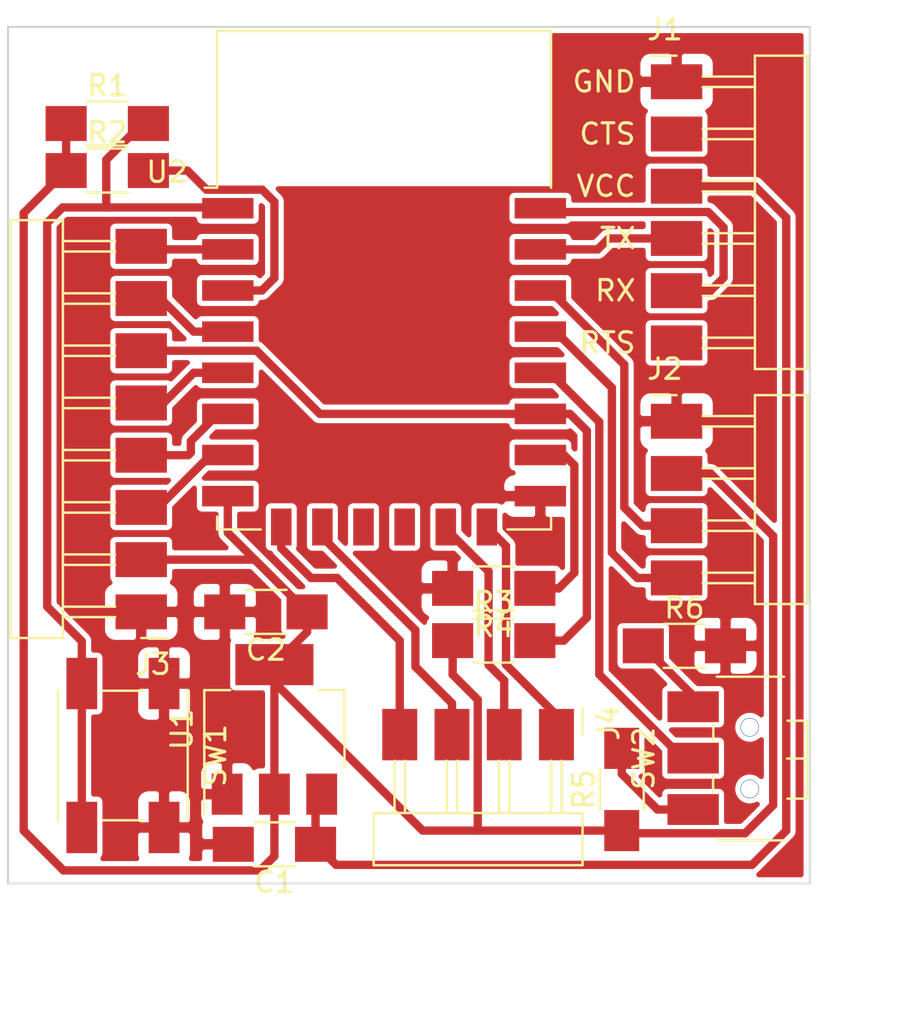
<source format=kicad_pcb>
(kicad_pcb (version 20171130) (host pcbnew "(5.1.9)-1")

  (general
    (thickness 1.6)
    (drawings 4)
    (tracks 136)
    (zones 0)
    (modules 16)
    (nets 28)
  )

  (page A4)
  (layers
    (0 F.Cu signal)
    (31 B.Cu signal)
    (32 B.Adhes user)
    (33 F.Adhes user)
    (34 B.Paste user)
    (35 F.Paste user)
    (36 B.SilkS user)
    (37 F.SilkS user)
    (38 B.Mask user)
    (39 F.Mask user)
    (40 Dwgs.User user)
    (41 Cmts.User user)
    (42 Eco1.User user)
    (43 Eco2.User user)
    (44 Edge.Cuts user)
    (45 Margin user)
    (46 B.CrtYd user)
    (47 F.CrtYd user)
    (48 B.Fab user)
    (49 F.Fab user)
  )

  (setup
    (last_trace_width 0.25)
    (user_trace_width 0.4064)
    (trace_clearance 0.2)
    (zone_clearance 0.25)
    (zone_45_only no)
    (trace_min 0.2)
    (via_size 0.8)
    (via_drill 0.4)
    (via_min_size 0.4)
    (via_min_drill 0.3)
    (uvia_size 0.3)
    (uvia_drill 0.1)
    (uvias_allowed no)
    (uvia_min_size 0.2)
    (uvia_min_drill 0.1)
    (edge_width 0.05)
    (segment_width 0.2)
    (pcb_text_width 0.3)
    (pcb_text_size 1.5 1.5)
    (mod_edge_width 0.12)
    (mod_text_size 1 1)
    (mod_text_width 0.15)
    (pad_size 1.524 1.524)
    (pad_drill 0.762)
    (pad_to_mask_clearance 0)
    (aux_axis_origin 0 0)
    (visible_elements 7FFFFFFF)
    (pcbplotparams
      (layerselection 0x01000_7fffffff)
      (usegerberextensions false)
      (usegerberattributes true)
      (usegerberadvancedattributes true)
      (creategerberjobfile true)
      (excludeedgelayer true)
      (linewidth 0.100000)
      (plotframeref false)
      (viasonmask false)
      (mode 1)
      (useauxorigin false)
      (hpglpennumber 1)
      (hpglpenspeed 20)
      (hpglpendiameter 15.000000)
      (psnegative false)
      (psa4output false)
      (plotreference true)
      (plotvalue true)
      (plotinvisibletext false)
      (padsonsilk false)
      (subtractmaskfromsilk false)
      (outputformat 1)
      (mirror false)
      (drillshape 0)
      (scaleselection 1)
      (outputdirectory "gerber/"))
  )

  (net 0 "")
  (net 1 +BATT)
  (net 2 GND)
  (net 3 +3V3)
  (net 4 "Net-(J1-Pad6)")
  (net 5 "Net-(J1-Pad2)")
  (net 6 /RST)
  (net 7 /EN)
  (net 8 IO14)
  (net 9 IO12)
  (net 10 IO13)
  (net 11 IO15)
  (net 12 IO2)
  (net 13 IO4)
  (net 14 IO5)
  (net 15 IO16)
  (net 16 RX)
  (net 17 TX)
  (net 18 PROG)
  (net 19 SCLK)
  (net 20 MOSI)
  (net 21 IO10)
  (net 22 IO9)
  (net 23 MISO)
  (net 24 CSO)
  (net 25 ADC)
  (net 26 "Net-(R5-Pad2)")
  (net 27 "Net-(R6-Pad1)")

  (net_class Default "This is the default net class."
    (clearance 0.2)
    (trace_width 0.25)
    (via_dia 0.8)
    (via_drill 0.4)
    (uvia_dia 0.3)
    (uvia_drill 0.1)
    (add_net +BATT)
    (add_net /EN)
    (add_net /RST)
    (add_net ADC)
    (add_net CSO)
    (add_net GND)
    (add_net IO10)
    (add_net IO12)
    (add_net IO13)
    (add_net IO14)
    (add_net IO15)
    (add_net IO16)
    (add_net IO2)
    (add_net IO4)
    (add_net IO5)
    (add_net IO9)
    (add_net MISO)
    (add_net MOSI)
    (add_net "Net-(J1-Pad2)")
    (add_net "Net-(J1-Pad6)")
    (add_net "Net-(R5-Pad2)")
    (add_net "Net-(R6-Pad1)")
    (add_net PROG)
    (add_net RX)
    (add_net SCLK)
    (add_net TX)
  )

  (net_class 3v ""
    (clearance 0.2)
    (trace_width 0.762)
    (via_dia 0.8)
    (via_drill 0.4)
    (uvia_dia 0.3)
    (uvia_drill 0.1)
    (add_net +3V3)
  )

  (module fab:Header_SMD_01x08_P2.54mm_Horizontal_Male (layer F.Cu) (tedit 5FFC9647) (tstamp 60357489)
    (at 22.479 42.799 180)
    (descr https://s3.amazonaws.com/catalogspreads-pdf/PAGE112-113%20.100%20MALE%20HDR.pdf)
    (tags "horizontal pin header SMD 2.54mm")
    (path /6043F440)
    (attr smd)
    (fp_text reference J3 (at -1.524 -2.54 180) (layer F.SilkS)
      (effects (font (size 1 1) (thickness 0.15)) (justify right))
    )
    (fp_text value Conn_01x08_Male (at 0.1 20.955) (layer F.Fab)
      (effects (font (size 1 1) (thickness 0.15)))
    )
    (fp_line (start 3.81 18.034) (end 1.27 18.034) (layer F.SilkS) (width 0.12))
    (fp_line (start 3.81 17.526) (end 1.27 17.526) (layer F.SilkS) (width 0.12))
    (fp_line (start -0.635 17.526) (end -0.635 18.034) (layer F.Fab) (width 0.1))
    (fp_line (start 3.81 17.78) (end -0.635 17.78) (layer F.Fab) (width 0.1))
    (fp_line (start 3.81 15.494) (end 1.27 15.494) (layer F.SilkS) (width 0.12))
    (fp_line (start -0.635 14.986) (end -0.635 15.494) (layer F.Fab) (width 0.1))
    (fp_line (start 3.81 14.986) (end 1.27 14.986) (layer F.SilkS) (width 0.12))
    (fp_line (start 3.81 15.24) (end -0.635 15.24) (layer F.Fab) (width 0.1))
    (fp_line (start 6.4 -1.8) (end -1.8 -1.8) (layer F.CrtYd) (width 0.05))
    (fp_line (start 6.4 19.6) (end 6.4 -1.8) (layer F.CrtYd) (width 0.05))
    (fp_line (start -1.8 19.6) (end 6.4 19.6) (layer F.CrtYd) (width 0.05))
    (fp_line (start -1.8 -1.8) (end -1.8 19.6) (layer F.CrtYd) (width 0.05))
    (fp_line (start -1.27 -1.27) (end 0 -1.27) (layer F.SilkS) (width 0.12))
    (fp_line (start 3.8 19.05) (end 3.8 -1.27) (layer F.Fab) (width 0.1))
    (fp_line (start 3.8 -1.27) (end 6.34 -1.27) (layer F.Fab) (width 0.1))
    (fp_line (start 3.8 19.05) (end 6.35 19.05) (layer F.Fab) (width 0.1))
    (fp_line (start 6.34 -1.27) (end 6.35 19.05) (layer F.Fab) (width 0.1))
    (fp_line (start 3.81 0) (end -0.635 0) (layer F.Fab) (width 0.1))
    (fp_line (start 3.81 2.54) (end -0.635 2.54) (layer F.Fab) (width 0.1))
    (fp_line (start 3.81 5.08) (end -0.635 5.08) (layer F.Fab) (width 0.1))
    (fp_line (start 3.81 7.62) (end -0.635 7.62) (layer F.Fab) (width 0.1))
    (fp_line (start 3.81 10.16) (end -0.635 10.16) (layer F.Fab) (width 0.1))
    (fp_line (start 3.81 12.7) (end -0.635 12.7) (layer F.Fab) (width 0.1))
    (fp_line (start 3.81 -1.27) (end 6.35 -1.27) (layer F.SilkS) (width 0.12))
    (fp_line (start 6.35 -1.27) (end 6.35 19.05) (layer F.SilkS) (width 0.12))
    (fp_line (start 6.35 19.05) (end 3.81 19.05) (layer F.SilkS) (width 0.12))
    (fp_line (start 3.81 19.05) (end 3.81 -1.27) (layer F.SilkS) (width 0.12))
    (fp_line (start 3.81 -0.254) (end 1.27 -0.254) (layer F.SilkS) (width 0.12))
    (fp_line (start 3.81 0.254) (end 1.27 0.254) (layer F.SilkS) (width 0.12))
    (fp_line (start 3.81 2.286) (end 1.27 2.286) (layer F.SilkS) (width 0.12))
    (fp_line (start 3.81 2.794) (end 1.27 2.794) (layer F.SilkS) (width 0.12))
    (fp_line (start 3.81 4.826) (end 1.27 4.826) (layer F.SilkS) (width 0.12))
    (fp_line (start 3.81 5.334) (end 1.27 5.334) (layer F.SilkS) (width 0.12))
    (fp_line (start 3.81 7.366) (end 1.27 7.366) (layer F.SilkS) (width 0.12))
    (fp_line (start 3.81 7.874) (end 1.27 7.874) (layer F.SilkS) (width 0.12))
    (fp_line (start 3.81 9.906) (end 1.27 9.906) (layer F.SilkS) (width 0.12))
    (fp_line (start 3.81 10.414) (end 1.27 10.414) (layer F.SilkS) (width 0.12))
    (fp_line (start 3.81 12.446) (end 1.27 12.446) (layer F.SilkS) (width 0.12))
    (fp_line (start 3.81 12.954) (end 1.27 12.954) (layer F.SilkS) (width 0.12))
    (fp_line (start -0.635 -0.254) (end -0.635 0.254) (layer F.Fab) (width 0.1))
    (fp_line (start -0.635 2.286) (end -0.635 2.794) (layer F.Fab) (width 0.1))
    (fp_line (start -0.635 4.826) (end -0.635 5.334) (layer F.Fab) (width 0.1))
    (fp_line (start -0.635 7.366) (end -0.635 7.874) (layer F.Fab) (width 0.1))
    (fp_line (start -0.635 9.906) (end -0.635 10.414) (layer F.Fab) (width 0.1))
    (fp_line (start -0.635 12.446) (end -0.635 12.954) (layer F.Fab) (width 0.1))
    (fp_text user %R (at 2.54 8.89 90) (layer F.Fab)
      (effects (font (size 1 1) (thickness 0.15)))
    )
    (pad 8 smd rect (at 0 17.78 180) (size 2.5 1.7) (layers F.Cu F.Paste F.Mask)
      (net 25 ADC))
    (pad 7 smd rect (at 0 15.24 180) (size 2.5 1.7) (layers F.Cu F.Paste F.Mask)
      (net 15 IO16))
    (pad 6 smd rect (at 0 12.7 180) (size 2.5 1.7) (layers F.Cu F.Paste F.Mask)
      (net 12 IO2))
    (pad 5 smd rect (at 0 10.16 180) (size 2.5 1.7) (layers F.Cu F.Paste F.Mask)
      (net 8 IO14))
    (pad 4 smd rect (at 0 7.62 180) (size 2.5 1.7) (layers F.Cu F.Paste F.Mask)
      (net 9 IO12))
    (pad 3 smd rect (at 0 5.08 180) (size 2.5 1.7) (layers F.Cu F.Paste F.Mask)
      (net 10 IO13))
    (pad 2 smd rect (at 0 2.54 180) (size 2.5 1.7) (layers F.Cu F.Paste F.Mask)
      (net 3 +3V3))
    (pad 1 smd rect (at 0 0 180) (size 2.5 1.7) (layers F.Cu F.Paste F.Mask)
      (net 2 GND))
    (model ${FAB}/fab.3dshapes/Header_SMD_01x08_P2.54mm_Horizontal_Male.step
      (at (xyz 0 0 0))
      (scale (xyz 1 1 1))
      (rotate (xyz 0 0 0))
    )
  )

  (module fab:Switch_SPDT_C&K_AYZ0102AGRLC_7.2x3mm_P2.5mm (layer F.Cu) (tedit 5EC6693D) (tstamp 60354BF1)
    (at 52.07 49.911 90)
    (descr http://www.ckswitches.com/media/1422/js.pdf)
    (tags "switch spdt")
    (path /602CFA63)
    (attr smd)
    (fp_text reference SW2 (at -0.01 -5.15 90) (layer F.SilkS)
      (effects (font (size 1 1) (thickness 0.15)))
    )
    (fp_text value SWITCH_AYZ0102AGRLC (at 0 -2.9 90) (layer F.Fab)
      (effects (font (size 1 1) (thickness 0.15)))
    )
    (fp_line (start -0.02 1.82) (end -0.02 2.77) (layer F.SilkS) (width 0.12))
    (fp_line (start 0.8 -1.77) (end 1.67 -1.77) (layer F.SilkS) (width 0.12))
    (fp_line (start -1.68 -1.78) (end -0.83 -1.78) (layer F.SilkS) (width 0.12))
    (fp_line (start 1.82 2.78) (end 1.82 1.84) (layer F.SilkS) (width 0.12))
    (fp_line (start -1.97 2.78) (end 1.82 2.78) (layer F.SilkS) (width 0.12))
    (fp_line (start -1.97 1.84) (end -1.97 2.78) (layer F.SilkS) (width 0.12))
    (fp_line (start 3.96 -1.6) (end 3.96 1.67) (layer F.SilkS) (width 0.12))
    (fp_line (start -4 -1.56) (end -4 1.73) (layer F.SilkS) (width 0.12))
    (fp_line (start -3.99 1.84) (end -3.99 -1.89) (layer F.CrtYd) (width 0.05))
    (fp_line (start -1.93 1.84) (end -3.99 1.84) (layer F.CrtYd) (width 0.05))
    (fp_line (start -1.93 2.91) (end -1.93 1.84) (layer F.CrtYd) (width 0.05))
    (fp_line (start 1.86 2.91) (end -1.93 2.91) (layer F.CrtYd) (width 0.05))
    (fp_line (start 1.86 1.82) (end 1.86 2.91) (layer F.CrtYd) (width 0.05))
    (fp_line (start 3.95 1.82) (end 1.86 1.82) (layer F.CrtYd) (width 0.05))
    (fp_line (start 3.95 -1.83) (end 3.95 1.82) (layer F.CrtYd) (width 0.05))
    (fp_line (start -3.5 -1.89) (end -3.5 -4.29) (layer F.CrtYd) (width 0.05))
    (fp_line (start -3.99 -1.89) (end -3.5 -1.89) (layer F.CrtYd) (width 0.05))
    (fp_line (start 3.5 -1.83) (end 3.95 -1.83) (layer F.CrtYd) (width 0.05))
    (fp_line (start 3.5 -4.29) (end 3.5 -1.83) (layer F.CrtYd) (width 0.05))
    (fp_line (start 1.5 2.5) (end 1.5 1.5) (layer F.Fab) (width 0.1))
    (fp_line (start -1.5 2.5) (end 0 2.5) (layer F.Fab) (width 0.1))
    (fp_line (start 0 2.5) (end 0 1.5) (layer F.Fab) (width 0.1))
    (fp_line (start -3.6 -1.5) (end 3.6 -1.5) (layer F.Fab) (width 0.1))
    (fp_line (start 3.6 -1.5) (end 3.6 1.5) (layer F.Fab) (width 0.1))
    (fp_line (start 3.6 1.5) (end -3.6 1.5) (layer F.Fab) (width 0.1))
    (fp_line (start -3.6 -1.5) (end -3.6 1.5) (layer F.Fab) (width 0.1))
    (fp_line (start -1.5 2.5) (end -1.5 1.5) (layer F.Fab) (width 0.1))
    (fp_line (start 3.5 -4.29) (end -3.5 -4.29) (layer F.CrtYd) (width 0.05))
    (fp_text user %R (at 0 0 90) (layer F.Fab)
      (effects (font (size 1 1) (thickness 0.15)))
    )
    (pad 1 smd rect (at -2.5 -2.75 90) (size 1.5 2.5) (layers F.Cu F.Paste F.Mask)
      (net 26 "Net-(R5-Pad2)"))
    (pad 2 smd rect (at 0 -2.75 90) (size 1.5 2.5) (layers F.Cu F.Paste F.Mask)
      (net 18 PROG))
    (pad 3 smd rect (at 2.5 -2.75 90) (size 1.5 2.5) (layers F.Cu F.Paste F.Mask)
      (net 27 "Net-(R6-Pad1)"))
    (pad "" np_thru_hole circle (at -1.5 0 90) (size 0.9 0.9) (drill 0.85) (layers *.Cu *.Mask))
    (pad "" np_thru_hole circle (at 1.5 0 90) (size 0.9 0.9) (drill 0.85) (layers *.Cu *.Mask))
    (model ${KISYS3DMOD}/Buttons_Switches_SMD.3dshapes/SW_SPDT_CK-JS102011SAQN.wrl
      (at (xyz 0 0 0))
      (scale (xyz 1 1 1))
      (rotate (xyz 0 0 0))
    )
  )

  (module fab:R_1206 (layer F.Cu) (tedit 60020482) (tstamp 60366853)
    (at 48.895 44.45)
    (descr "Resistor SMD 1206, hand soldering")
    (tags "resistor 1206")
    (path /603C37CB)
    (attr smd)
    (fp_text reference R6 (at 0 -1.85) (layer F.SilkS)
      (effects (font (size 1 1) (thickness 0.15)))
    )
    (fp_text value 10k (at 0 1.9) (layer F.Fab)
      (effects (font (size 1 1) (thickness 0.15)))
    )
    (fp_line (start -1.6 0.8) (end -1.6 -0.8) (layer F.Fab) (width 0.1))
    (fp_line (start 1.6 0.8) (end -1.6 0.8) (layer F.Fab) (width 0.1))
    (fp_line (start 1.6 -0.8) (end 1.6 0.8) (layer F.Fab) (width 0.1))
    (fp_line (start -1.6 -0.8) (end 1.6 -0.8) (layer F.Fab) (width 0.1))
    (fp_line (start 1 1.07) (end -1 1.07) (layer F.SilkS) (width 0.12))
    (fp_line (start -1 -1.07) (end 1 -1.07) (layer F.SilkS) (width 0.12))
    (fp_line (start -3.25 -1.11) (end 3.25 -1.11) (layer F.CrtYd) (width 0.05))
    (fp_line (start -3.25 -1.11) (end -3.25 1.1) (layer F.CrtYd) (width 0.05))
    (fp_line (start 3.25 1.1) (end 3.25 -1.11) (layer F.CrtYd) (width 0.05))
    (fp_line (start 3.25 1.1) (end -3.25 1.1) (layer F.CrtYd) (width 0.05))
    (fp_text user %R (at 0 0) (layer F.Fab)
      (effects (font (size 0.7 0.7) (thickness 0.105)))
    )
    (pad 1 smd rect (at -2 0) (size 2 1.7) (layers F.Cu F.Paste F.Mask)
      (net 27 "Net-(R6-Pad1)"))
    (pad 2 smd rect (at 2 0) (size 2 1.7) (layers F.Cu F.Paste F.Mask)
      (net 2 GND))
    (model ${FAB}/fab.3dshapes/R_1206.step
      (at (xyz 0 0 0))
      (scale (xyz 1 1 1))
      (rotate (xyz 0 0 0))
    )
  )

  (module fab:R_1206 (layer F.Cu) (tedit 60020482) (tstamp 603669E8)
    (at 45.847 51.435 90)
    (descr "Resistor SMD 1206, hand soldering")
    (tags "resistor 1206")
    (path /603C3EF7)
    (attr smd)
    (fp_text reference R5 (at 0 -1.85 90) (layer F.SilkS)
      (effects (font (size 1 1) (thickness 0.15)))
    )
    (fp_text value 10k (at 0 1.9 90) (layer F.Fab)
      (effects (font (size 1 1) (thickness 0.15)))
    )
    (fp_line (start -1.6 0.8) (end -1.6 -0.8) (layer F.Fab) (width 0.1))
    (fp_line (start 1.6 0.8) (end -1.6 0.8) (layer F.Fab) (width 0.1))
    (fp_line (start 1.6 -0.8) (end 1.6 0.8) (layer F.Fab) (width 0.1))
    (fp_line (start -1.6 -0.8) (end 1.6 -0.8) (layer F.Fab) (width 0.1))
    (fp_line (start 1 1.07) (end -1 1.07) (layer F.SilkS) (width 0.12))
    (fp_line (start -1 -1.07) (end 1 -1.07) (layer F.SilkS) (width 0.12))
    (fp_line (start -3.25 -1.11) (end 3.25 -1.11) (layer F.CrtYd) (width 0.05))
    (fp_line (start -3.25 -1.11) (end -3.25 1.1) (layer F.CrtYd) (width 0.05))
    (fp_line (start 3.25 1.1) (end 3.25 -1.11) (layer F.CrtYd) (width 0.05))
    (fp_line (start 3.25 1.1) (end -3.25 1.1) (layer F.CrtYd) (width 0.05))
    (fp_text user %R (at 0 0 90) (layer F.Fab)
      (effects (font (size 0.7 0.7) (thickness 0.105)))
    )
    (pad 1 smd rect (at -2 0 90) (size 2 1.7) (layers F.Cu F.Paste F.Mask)
      (net 3 +3V3))
    (pad 2 smd rect (at 2 0 90) (size 2 1.7) (layers F.Cu F.Paste F.Mask)
      (net 26 "Net-(R5-Pad2)"))
    (model ${FAB}/fab.3dshapes/R_1206.step
      (at (xyz 0 0 0))
      (scale (xyz 1 1 1))
      (rotate (xyz 0 0 0))
    )
  )

  (module fab:Header_SMD_01x04_P2.54mm_Horizontal_Male (layer F.Cu) (tedit 5FFCB1D6) (tstamp 60358FE6)
    (at 48.514 33.528)
    (descr https://s3.amazonaws.com/catalogspreads-pdf/PAGE112-113%20.100%20MALE%20HDR.pdf)
    (tags "horizontal pin header SMD 2.54mm")
    (path /6040216D)
    (attr smd)
    (fp_text reference J2 (at -1.524 -2.54 180) (layer F.SilkS)
      (effects (font (size 1 1) (thickness 0.15)) (justify left))
    )
    (fp_text value Conn_01x04_Male (at 0 10.795) (layer F.Fab)
      (effects (font (size 1 1) (thickness 0.15)))
    )
    (fp_line (start -0.635 7.366) (end -0.635 7.874) (layer F.Fab) (width 0.1))
    (fp_line (start -0.635 4.826) (end -0.635 5.334) (layer F.Fab) (width 0.1))
    (fp_line (start -0.635 2.286) (end -0.635 2.794) (layer F.Fab) (width 0.1))
    (fp_line (start -0.635 -0.254) (end -0.635 0.254) (layer F.Fab) (width 0.1))
    (fp_line (start 3.81 7.874) (end 1.27 7.874) (layer F.SilkS) (width 0.12))
    (fp_line (start 3.81 7.366) (end 1.27 7.366) (layer F.SilkS) (width 0.12))
    (fp_line (start 3.81 5.334) (end 1.27 5.334) (layer F.SilkS) (width 0.12))
    (fp_line (start 3.81 4.826) (end 1.27 4.826) (layer F.SilkS) (width 0.12))
    (fp_line (start 3.81 2.794) (end 1.27 2.794) (layer F.SilkS) (width 0.12))
    (fp_line (start 3.81 2.286) (end 1.27 2.286) (layer F.SilkS) (width 0.12))
    (fp_line (start 3.81 0.254) (end 1.27 0.254) (layer F.SilkS) (width 0.12))
    (fp_line (start 3.81 -0.254) (end 1.27 -0.254) (layer F.SilkS) (width 0.12))
    (fp_line (start 3.81 8.89) (end 3.81 -1.27) (layer F.SilkS) (width 0.12))
    (fp_line (start 6.35 8.89) (end 3.81 8.89) (layer F.SilkS) (width 0.12))
    (fp_line (start 6.35 -1.27) (end 6.35 8.89) (layer F.SilkS) (width 0.12))
    (fp_line (start 3.81 -1.27) (end 6.35 -1.27) (layer F.SilkS) (width 0.12))
    (fp_line (start 3.81 7.62) (end -0.635 7.62) (layer F.Fab) (width 0.1))
    (fp_line (start 3.81 5.08) (end -0.635 5.08) (layer F.Fab) (width 0.1))
    (fp_line (start 3.81 2.54) (end -0.635 2.54) (layer F.Fab) (width 0.1))
    (fp_line (start 3.81 0) (end -0.635 0) (layer F.Fab) (width 0.1))
    (fp_line (start 6.34 -1.27) (end 6.35 8.89) (layer F.Fab) (width 0.1))
    (fp_line (start 3.8 8.89) (end 6.35 8.89) (layer F.Fab) (width 0.1))
    (fp_line (start 3.8 -1.27) (end 6.34 -1.27) (layer F.Fab) (width 0.1))
    (fp_line (start 3.8 8.89) (end 3.8 -1.27) (layer F.Fab) (width 0.1))
    (fp_line (start -1.27 -1.27) (end 0 -1.27) (layer F.SilkS) (width 0.12))
    (fp_line (start -1.8 -1.8) (end -1.8 9.4) (layer F.CrtYd) (width 0.05))
    (fp_line (start -1.8 9.4) (end 6.4 9.4) (layer F.CrtYd) (width 0.05))
    (fp_line (start 6.4 9.4) (end 6.4 -1.8) (layer F.CrtYd) (width 0.05))
    (fp_line (start 6.4 -1.8) (end -1.8 -1.8) (layer F.CrtYd) (width 0.05))
    (fp_text user %R (at 2.5 3.9 90) (layer F.Fab)
      (effects (font (size 1 1) (thickness 0.15)))
    )
    (pad 4 smd rect (at 0 7.62) (size 2.5 1.7) (layers F.Cu F.Paste F.Mask)
      (net 13 IO4))
    (pad 3 smd rect (at 0 5.08) (size 2.5 1.7) (layers F.Cu F.Paste F.Mask)
      (net 14 IO5))
    (pad 2 smd rect (at 0 2.54) (size 2.5 1.7) (layers F.Cu F.Paste F.Mask)
      (net 3 +3V3))
    (pad 1 smd rect (at 0 0) (size 2.5 1.7) (layers F.Cu F.Paste F.Mask)
      (net 2 GND))
    (model ${FAB}/fab.3dshapes/Header_SMD_01x04_P2.54mm_Horizontal_Male.step
      (at (xyz 0 0 0))
      (scale (xyz 1 1 1))
      (rotate (xyz 0 0 0))
    )
  )

  (module fab:R_1206 (layer F.Cu) (tedit 60020482) (tstamp 60358A1B)
    (at 20.828 19.05)
    (descr "Resistor SMD 1206, hand soldering")
    (tags "resistor 1206")
    (path /6034268B)
    (attr smd)
    (fp_text reference R1 (at 0 -1.85) (layer F.SilkS)
      (effects (font (size 1 1) (thickness 0.15)))
    )
    (fp_text value 10k (at 0 1.9) (layer F.Fab)
      (effects (font (size 1 1) (thickness 0.15)))
    )
    (fp_line (start -1.6 0.8) (end -1.6 -0.8) (layer F.Fab) (width 0.1))
    (fp_line (start 1.6 0.8) (end -1.6 0.8) (layer F.Fab) (width 0.1))
    (fp_line (start 1.6 -0.8) (end 1.6 0.8) (layer F.Fab) (width 0.1))
    (fp_line (start -1.6 -0.8) (end 1.6 -0.8) (layer F.Fab) (width 0.1))
    (fp_line (start 1 1.07) (end -1 1.07) (layer F.SilkS) (width 0.12))
    (fp_line (start -1 -1.07) (end 1 -1.07) (layer F.SilkS) (width 0.12))
    (fp_line (start -3.25 -1.11) (end 3.25 -1.11) (layer F.CrtYd) (width 0.05))
    (fp_line (start -3.25 -1.11) (end -3.25 1.1) (layer F.CrtYd) (width 0.05))
    (fp_line (start 3.25 1.1) (end 3.25 -1.11) (layer F.CrtYd) (width 0.05))
    (fp_line (start 3.25 1.1) (end -3.25 1.1) (layer F.CrtYd) (width 0.05))
    (fp_text user %R (at 0 0) (layer F.Fab)
      (effects (font (size 0.7 0.7) (thickness 0.105)))
    )
    (pad 1 smd rect (at -2 0) (size 2 1.7) (layers F.Cu F.Paste F.Mask)
      (net 3 +3V3))
    (pad 2 smd rect (at 2 0) (size 2 1.7) (layers F.Cu F.Paste F.Mask)
      (net 6 /RST))
    (model ${FAB}/fab.3dshapes/R_1206.step
      (at (xyz 0 0 0))
      (scale (xyz 1 1 1))
      (rotate (xyz 0 0 0))
    )
  )

  (module fab:SOT-223-3_TabPin2 (layer F.Cu) (tedit 58CE4E7E) (tstamp 60357560)
    (at 28.956 48.514 90)
    (descr "module CMS SOT223 4 pins")
    (tags "CMS SOT")
    (path /603358FB)
    (attr smd)
    (fp_text reference U1 (at 0 -4.5 90) (layer F.SilkS)
      (effects (font (size 1 1) (thickness 0.15)))
    )
    (fp_text value Regulator_Linear_ZLDO1117-3.3V-1A (at 0 4.5 90) (layer F.Fab)
      (effects (font (size 1 1) (thickness 0.15)))
    )
    (fp_line (start 1.85 -3.35) (end 1.85 3.35) (layer F.Fab) (width 0.1))
    (fp_line (start -1.85 3.35) (end 1.85 3.35) (layer F.Fab) (width 0.1))
    (fp_line (start -4.1 -3.41) (end 1.91 -3.41) (layer F.SilkS) (width 0.12))
    (fp_line (start -0.85 -3.35) (end 1.85 -3.35) (layer F.Fab) (width 0.1))
    (fp_line (start -1.85 3.41) (end 1.91 3.41) (layer F.SilkS) (width 0.12))
    (fp_line (start -1.85 -2.35) (end -1.85 3.35) (layer F.Fab) (width 0.1))
    (fp_line (start -1.85 -2.35) (end -0.85 -3.35) (layer F.Fab) (width 0.1))
    (fp_line (start -4.4 -3.6) (end -4.4 3.6) (layer F.CrtYd) (width 0.05))
    (fp_line (start -4.4 3.6) (end 4.4 3.6) (layer F.CrtYd) (width 0.05))
    (fp_line (start 4.4 3.6) (end 4.4 -3.6) (layer F.CrtYd) (width 0.05))
    (fp_line (start 4.4 -3.6) (end -4.4 -3.6) (layer F.CrtYd) (width 0.05))
    (fp_line (start 1.91 -3.41) (end 1.91 -2.15) (layer F.SilkS) (width 0.12))
    (fp_line (start 1.91 3.41) (end 1.91 2.15) (layer F.SilkS) (width 0.12))
    (pad 2 smd rect (at 3.15 0 90) (size 2 3.8) (layers F.Cu F.Paste F.Mask)
      (net 3 +3V3))
    (pad 2 smd rect (at -3.15 0 90) (size 2 1.5) (layers F.Cu F.Paste F.Mask)
      (net 3 +3V3))
    (pad 3 smd rect (at -3.15 2.3 90) (size 2 1.5) (layers F.Cu F.Paste F.Mask)
      (net 1 +BATT))
    (pad 1 smd rect (at -3.15 -2.3 90) (size 2 1.5) (layers F.Cu F.Paste F.Mask)
      (net 2 GND))
    (model ${KISYS3DMOD}/TO_SOT_Packages_SMD.3dshapes/SOT-223.wrl
      (at (xyz 0 0 0))
      (scale (xyz 1 1 1))
      (rotate (xyz 0 0 0))
    )
  )

  (module fab:Header_SMD_01x04_P2.54mm_Horizontal_Male (layer F.Cu) (tedit 5FFCB1D6) (tstamp 60356B3D)
    (at 42.672 48.768 270)
    (descr https://s3.amazonaws.com/catalogspreads-pdf/PAGE112-113%20.100%20MALE%20HDR.pdf)
    (tags "horizontal pin header SMD 2.54mm")
    (path /603E0E5C)
    (attr smd)
    (fp_text reference J4 (at -1.524 -2.54 270) (layer F.SilkS)
      (effects (font (size 1 1) (thickness 0.15)) (justify right))
    )
    (fp_text value Conn_01x04_Male (at 0 10.795 90) (layer F.Fab)
      (effects (font (size 1 1) (thickness 0.15)))
    )
    (fp_line (start -0.635 7.366) (end -0.635 7.874) (layer F.Fab) (width 0.1))
    (fp_line (start -0.635 4.826) (end -0.635 5.334) (layer F.Fab) (width 0.1))
    (fp_line (start -0.635 2.286) (end -0.635 2.794) (layer F.Fab) (width 0.1))
    (fp_line (start -0.635 -0.254) (end -0.635 0.254) (layer F.Fab) (width 0.1))
    (fp_line (start 3.81 7.874) (end 1.27 7.874) (layer F.SilkS) (width 0.12))
    (fp_line (start 3.81 7.366) (end 1.27 7.366) (layer F.SilkS) (width 0.12))
    (fp_line (start 3.81 5.334) (end 1.27 5.334) (layer F.SilkS) (width 0.12))
    (fp_line (start 3.81 4.826) (end 1.27 4.826) (layer F.SilkS) (width 0.12))
    (fp_line (start 3.81 2.794) (end 1.27 2.794) (layer F.SilkS) (width 0.12))
    (fp_line (start 3.81 2.286) (end 1.27 2.286) (layer F.SilkS) (width 0.12))
    (fp_line (start 3.81 0.254) (end 1.27 0.254) (layer F.SilkS) (width 0.12))
    (fp_line (start 3.81 -0.254) (end 1.27 -0.254) (layer F.SilkS) (width 0.12))
    (fp_line (start 3.81 8.89) (end 3.81 -1.27) (layer F.SilkS) (width 0.12))
    (fp_line (start 6.35 8.89) (end 3.81 8.89) (layer F.SilkS) (width 0.12))
    (fp_line (start 6.35 -1.27) (end 6.35 8.89) (layer F.SilkS) (width 0.12))
    (fp_line (start 3.81 -1.27) (end 6.35 -1.27) (layer F.SilkS) (width 0.12))
    (fp_line (start 3.81 7.62) (end -0.635 7.62) (layer F.Fab) (width 0.1))
    (fp_line (start 3.81 5.08) (end -0.635 5.08) (layer F.Fab) (width 0.1))
    (fp_line (start 3.81 2.54) (end -0.635 2.54) (layer F.Fab) (width 0.1))
    (fp_line (start 3.81 0) (end -0.635 0) (layer F.Fab) (width 0.1))
    (fp_line (start 6.34 -1.27) (end 6.35 8.89) (layer F.Fab) (width 0.1))
    (fp_line (start 3.8 8.89) (end 6.35 8.89) (layer F.Fab) (width 0.1))
    (fp_line (start 3.8 -1.27) (end 6.34 -1.27) (layer F.Fab) (width 0.1))
    (fp_line (start 3.8 8.89) (end 3.8 -1.27) (layer F.Fab) (width 0.1))
    (fp_line (start -1.27 -1.27) (end 0 -1.27) (layer F.SilkS) (width 0.12))
    (fp_line (start -1.8 -1.8) (end -1.8 9.4) (layer F.CrtYd) (width 0.05))
    (fp_line (start -1.8 9.4) (end 6.4 9.4) (layer F.CrtYd) (width 0.05))
    (fp_line (start 6.4 9.4) (end 6.4 -1.8) (layer F.CrtYd) (width 0.05))
    (fp_line (start 6.4 -1.8) (end -1.8 -1.8) (layer F.CrtYd) (width 0.05))
    (fp_text user %R (at 2.5 3.9) (layer F.Fab)
      (effects (font (size 1 1) (thickness 0.15)))
    )
    (pad 4 smd rect (at 0 7.62 270) (size 2.5 1.7) (layers F.Cu F.Paste F.Mask)
      (net 24 CSO))
    (pad 3 smd rect (at 0 5.08 270) (size 2.5 1.7) (layers F.Cu F.Paste F.Mask)
      (net 23 MISO))
    (pad 2 smd rect (at 0 2.54 270) (size 2.5 1.7) (layers F.Cu F.Paste F.Mask)
      (net 20 MOSI))
    (pad 1 smd rect (at 0 0 270) (size 2.5 1.7) (layers F.Cu F.Paste F.Mask)
      (net 19 SCLK))
    (model ${FAB}/fab.3dshapes/Header_SMD_01x04_P2.54mm_Horizontal_Male.step
      (at (xyz 0 0 0))
      (scale (xyz 1 1 1))
      (rotate (xyz 0 0 0))
    )
  )

  (module fab:C_1206 (layer F.Cu) (tedit 6002C54C) (tstamp 60357598)
    (at 28.956 54.102 180)
    (descr "Capacitor SMD 1206, hand soldering")
    (tags "capacitor 1206")
    (path /603363E0)
    (attr smd)
    (fp_text reference C1 (at 0 -1.85) (layer F.SilkS)
      (effects (font (size 1 1) (thickness 0.15)))
    )
    (fp_text value 4.7u (at 0 1.9) (layer F.Fab)
      (effects (font (size 1 1) (thickness 0.15)))
    )
    (fp_line (start 3.25 1.1) (end -3.25 1.1) (layer F.CrtYd) (width 0.05))
    (fp_line (start 3.25 1.1) (end 3.25 -1.11) (layer F.CrtYd) (width 0.05))
    (fp_line (start -3.25 -1.11) (end -3.25 1.1) (layer F.CrtYd) (width 0.05))
    (fp_line (start -3.25 -1.11) (end 3.25 -1.11) (layer F.CrtYd) (width 0.05))
    (fp_line (start -1 -1.07) (end 1 -1.07) (layer F.SilkS) (width 0.12))
    (fp_line (start 1 1.07) (end -1 1.07) (layer F.SilkS) (width 0.12))
    (fp_line (start -1.6 -0.8) (end 1.6 -0.8) (layer F.Fab) (width 0.1))
    (fp_line (start 1.6 -0.8) (end 1.6 0.8) (layer F.Fab) (width 0.1))
    (fp_line (start 1.6 0.8) (end -1.6 0.8) (layer F.Fab) (width 0.1))
    (fp_line (start -1.6 0.8) (end -1.6 -0.8) (layer F.Fab) (width 0.1))
    (fp_text user %R (at 0 0) (layer F.Fab)
      (effects (font (size 0.7 0.7) (thickness 0.105)))
    )
    (pad 1 smd rect (at -2 0 180) (size 2 1.7) (layers F.Cu F.Paste F.Mask)
      (net 1 +BATT))
    (pad 2 smd rect (at 2 0 180) (size 2 1.7) (layers F.Cu F.Paste F.Mask)
      (net 2 GND))
    (model ${FAB}/fab.3dshapes/C_1206.step
      (at (xyz 0 0 0))
      (scale (xyz 1 1 1))
      (rotate (xyz 0 0 0))
    )
  )

  (module fab:R_1206 (layer F.Cu) (tedit 60020482) (tstamp 60354A06)
    (at 39.624 41.656 180)
    (descr "Resistor SMD 1206, hand soldering")
    (tags "resistor 1206")
    (path /603C47CE)
    (attr smd)
    (fp_text reference R4 (at 0 -1.85) (layer F.SilkS)
      (effects (font (size 1 1) (thickness 0.15)))
    )
    (fp_text value 10k (at 0 1.9) (layer F.Fab)
      (effects (font (size 1 1) (thickness 0.15)))
    )
    (fp_line (start -1.6 0.8) (end -1.6 -0.8) (layer F.Fab) (width 0.1))
    (fp_line (start 1.6 0.8) (end -1.6 0.8) (layer F.Fab) (width 0.1))
    (fp_line (start 1.6 -0.8) (end 1.6 0.8) (layer F.Fab) (width 0.1))
    (fp_line (start -1.6 -0.8) (end 1.6 -0.8) (layer F.Fab) (width 0.1))
    (fp_line (start 1 1.07) (end -1 1.07) (layer F.SilkS) (width 0.12))
    (fp_line (start -1 -1.07) (end 1 -1.07) (layer F.SilkS) (width 0.12))
    (fp_line (start -3.25 -1.11) (end 3.25 -1.11) (layer F.CrtYd) (width 0.05))
    (fp_line (start -3.25 -1.11) (end -3.25 1.1) (layer F.CrtYd) (width 0.05))
    (fp_line (start 3.25 1.1) (end 3.25 -1.11) (layer F.CrtYd) (width 0.05))
    (fp_line (start 3.25 1.1) (end -3.25 1.1) (layer F.CrtYd) (width 0.05))
    (fp_text user %R (at 0 0) (layer F.Fab)
      (effects (font (size 0.7 0.7) (thickness 0.105)))
    )
    (pad 1 smd rect (at -2 0 180) (size 2 1.7) (layers F.Cu F.Paste F.Mask)
      (net 11 IO15))
    (pad 2 smd rect (at 2 0 180) (size 2 1.7) (layers F.Cu F.Paste F.Mask)
      (net 2 GND))
    (model ${FAB}/fab.3dshapes/R_1206.step
      (at (xyz 0 0 0))
      (scale (xyz 1 1 1))
      (rotate (xyz 0 0 0))
    )
  )

  (module fab:R_1206 (layer F.Cu) (tedit 60020482) (tstamp 603549F5)
    (at 39.624 44.196)
    (descr "Resistor SMD 1206, hand soldering")
    (tags "resistor 1206")
    (path /603B9A12)
    (attr smd)
    (fp_text reference R3 (at 0 -1.85) (layer F.SilkS)
      (effects (font (size 1 1) (thickness 0.15)))
    )
    (fp_text value 10k (at 0 1.9) (layer F.Fab)
      (effects (font (size 1 1) (thickness 0.15)))
    )
    (fp_line (start -1.6 0.8) (end -1.6 -0.8) (layer F.Fab) (width 0.1))
    (fp_line (start 1.6 0.8) (end -1.6 0.8) (layer F.Fab) (width 0.1))
    (fp_line (start 1.6 -0.8) (end 1.6 0.8) (layer F.Fab) (width 0.1))
    (fp_line (start -1.6 -0.8) (end 1.6 -0.8) (layer F.Fab) (width 0.1))
    (fp_line (start 1 1.07) (end -1 1.07) (layer F.SilkS) (width 0.12))
    (fp_line (start -1 -1.07) (end 1 -1.07) (layer F.SilkS) (width 0.12))
    (fp_line (start -3.25 -1.11) (end 3.25 -1.11) (layer F.CrtYd) (width 0.05))
    (fp_line (start -3.25 -1.11) (end -3.25 1.1) (layer F.CrtYd) (width 0.05))
    (fp_line (start 3.25 1.1) (end 3.25 -1.11) (layer F.CrtYd) (width 0.05))
    (fp_line (start 3.25 1.1) (end -3.25 1.1) (layer F.CrtYd) (width 0.05))
    (fp_text user %R (at 0 0) (layer F.Fab)
      (effects (font (size 0.7 0.7) (thickness 0.105)))
    )
    (pad 1 smd rect (at -2 0) (size 2 1.7) (layers F.Cu F.Paste F.Mask)
      (net 3 +3V3))
    (pad 2 smd rect (at 2 0) (size 2 1.7) (layers F.Cu F.Paste F.Mask)
      (net 12 IO2))
    (model ${FAB}/fab.3dshapes/R_1206.step
      (at (xyz 0 0 0))
      (scale (xyz 1 1 1))
      (rotate (xyz 0 0 0))
    )
  )

  (module RF_Module:ESP-12E (layer F.Cu) (tedit 5A030172) (tstamp 60353BC6)
    (at 34.29 26.67)
    (descr "Wi-Fi Module, http://wiki.ai-thinker.com/_media/esp8266/docs/aithinker_esp_12f_datasheet_en.pdf")
    (tags "Wi-Fi Module")
    (path /60352A10)
    (attr smd)
    (fp_text reference U2 (at -10.56 -5.26) (layer F.SilkS)
      (effects (font (size 1 1) (thickness 0.15)))
    )
    (fp_text value ESP-12E (at -0.06 -12.78) (layer F.Fab)
      (effects (font (size 1 1) (thickness 0.15)))
    )
    (fp_line (start -8 -12) (end 8 -12) (layer F.Fab) (width 0.12))
    (fp_line (start 8 -12) (end 8 12) (layer F.Fab) (width 0.12))
    (fp_line (start 8 12) (end -8 12) (layer F.Fab) (width 0.12))
    (fp_line (start -8 12) (end -8 -3) (layer F.Fab) (width 0.12))
    (fp_line (start -8 -3) (end -7.5 -3.5) (layer F.Fab) (width 0.12))
    (fp_line (start -7.5 -3.5) (end -8 -4) (layer F.Fab) (width 0.12))
    (fp_line (start -8 -4) (end -8 -12) (layer F.Fab) (width 0.12))
    (fp_line (start -9.05 -12.2) (end 9.05 -12.2) (layer F.CrtYd) (width 0.05))
    (fp_line (start 9.05 -12.2) (end 9.05 13.1) (layer F.CrtYd) (width 0.05))
    (fp_line (start 9.05 13.1) (end -9.05 13.1) (layer F.CrtYd) (width 0.05))
    (fp_line (start -9.05 13.1) (end -9.05 -12.2) (layer F.CrtYd) (width 0.05))
    (fp_line (start -8.12 -12.12) (end 8.12 -12.12) (layer F.SilkS) (width 0.12))
    (fp_line (start 8.12 -12.12) (end 8.12 -4.5) (layer F.SilkS) (width 0.12))
    (fp_line (start 8.12 11.5) (end 8.12 12.12) (layer F.SilkS) (width 0.12))
    (fp_line (start 8.12 12.12) (end 6 12.12) (layer F.SilkS) (width 0.12))
    (fp_line (start -6 12.12) (end -8.12 12.12) (layer F.SilkS) (width 0.12))
    (fp_line (start -8.12 12.12) (end -8.12 11.5) (layer F.SilkS) (width 0.12))
    (fp_line (start -8.12 -4.5) (end -8.12 -12.12) (layer F.SilkS) (width 0.12))
    (fp_line (start -8.12 -4.5) (end -8.73 -4.5) (layer F.SilkS) (width 0.12))
    (fp_line (start -8.12 -12.12) (end 8.12 -12.12) (layer Dwgs.User) (width 0.12))
    (fp_line (start 8.12 -12.12) (end 8.12 -4.8) (layer Dwgs.User) (width 0.12))
    (fp_line (start 8.12 -4.8) (end -8.12 -4.8) (layer Dwgs.User) (width 0.12))
    (fp_line (start -8.12 -4.8) (end -8.12 -12.12) (layer Dwgs.User) (width 0.12))
    (fp_line (start -8.12 -9.12) (end -5.12 -12.12) (layer Dwgs.User) (width 0.12))
    (fp_line (start -8.12 -6.12) (end -2.12 -12.12) (layer Dwgs.User) (width 0.12))
    (fp_line (start -6.44 -4.8) (end 0.88 -12.12) (layer Dwgs.User) (width 0.12))
    (fp_line (start -3.44 -4.8) (end 3.88 -12.12) (layer Dwgs.User) (width 0.12))
    (fp_line (start -0.44 -4.8) (end 6.88 -12.12) (layer Dwgs.User) (width 0.12))
    (fp_line (start 2.56 -4.8) (end 8.12 -10.36) (layer Dwgs.User) (width 0.12))
    (fp_line (start 5.56 -4.8) (end 8.12 -7.36) (layer Dwgs.User) (width 0.12))
    (fp_text user %R (at 0.49 -0.8) (layer F.Fab)
      (effects (font (size 1 1) (thickness 0.15)))
    )
    (fp_text user "KEEP-OUT ZONE" (at 0.03 -9.55 180) (layer Cmts.User)
      (effects (font (size 1 1) (thickness 0.15)))
    )
    (fp_text user Antenna (at -0.06 -7 180) (layer Cmts.User)
      (effects (font (size 1 1) (thickness 0.15)))
    )
    (pad 22 smd rect (at 7.6 -3.5) (size 2.5 1) (layers F.Cu F.Paste F.Mask)
      (net 16 RX))
    (pad 21 smd rect (at 7.6 -1.5) (size 2.5 1) (layers F.Cu F.Paste F.Mask)
      (net 17 TX))
    (pad 20 smd rect (at 7.6 0.5) (size 2.5 1) (layers F.Cu F.Paste F.Mask)
      (net 14 IO5))
    (pad 19 smd rect (at 7.6 2.5) (size 2.5 1) (layers F.Cu F.Paste F.Mask)
      (net 13 IO4))
    (pad 18 smd rect (at 7.6 4.5) (size 2.5 1) (layers F.Cu F.Paste F.Mask)
      (net 18 PROG))
    (pad 17 smd rect (at 7.6 6.5) (size 2.5 1) (layers F.Cu F.Paste F.Mask)
      (net 12 IO2))
    (pad 16 smd rect (at 7.6 8.5) (size 2.5 1) (layers F.Cu F.Paste F.Mask)
      (net 11 IO15))
    (pad 15 smd rect (at 7.6 10.5) (size 2.5 1) (layers F.Cu F.Paste F.Mask)
      (net 2 GND))
    (pad 14 smd rect (at 5 12) (size 1 1.8) (layers F.Cu F.Paste F.Mask)
      (net 19 SCLK))
    (pad 13 smd rect (at 3 12) (size 1 1.8) (layers F.Cu F.Paste F.Mask)
      (net 20 MOSI))
    (pad 12 smd rect (at 1 12) (size 1 1.8) (layers F.Cu F.Paste F.Mask)
      (net 21 IO10))
    (pad 11 smd rect (at -1 12) (size 1 1.8) (layers F.Cu F.Paste F.Mask)
      (net 22 IO9))
    (pad 10 smd rect (at -3 12) (size 1 1.8) (layers F.Cu F.Paste F.Mask)
      (net 23 MISO))
    (pad 9 smd rect (at -5 12) (size 1 1.8) (layers F.Cu F.Paste F.Mask)
      (net 24 CSO))
    (pad 8 smd rect (at -7.6 10.5) (size 2.5 1) (layers F.Cu F.Paste F.Mask)
      (net 3 +3V3))
    (pad 7 smd rect (at -7.6 8.5) (size 2.5 1) (layers F.Cu F.Paste F.Mask)
      (net 10 IO13))
    (pad 6 smd rect (at -7.6 6.5) (size 2.5 1) (layers F.Cu F.Paste F.Mask)
      (net 9 IO12))
    (pad 5 smd rect (at -7.6 4.5) (size 2.5 1) (layers F.Cu F.Paste F.Mask)
      (net 8 IO14))
    (pad 4 smd rect (at -7.6 2.5) (size 2.5 1) (layers F.Cu F.Paste F.Mask)
      (net 15 IO16))
    (pad 3 smd rect (at -7.6 0.5) (size 2.5 1) (layers F.Cu F.Paste F.Mask)
      (net 7 /EN))
    (pad 2 smd rect (at -7.6 -1.5) (size 2.5 1) (layers F.Cu F.Paste F.Mask)
      (net 25 ADC))
    (pad 1 smd rect (at -7.6 -3.5) (size 2.5 1) (layers F.Cu F.Paste F.Mask)
      (net 6 /RST))
    (model ${KISYS3DMOD}/RF_Module.3dshapes/ESP-12E.wrl
      (at (xyz 0 0 0))
      (scale (xyz 1 1 1))
      (rotate (xyz 0 0 0))
    )
  )

  (module fab:Header_SMD_FTDI_01x06_P2.54mm_Horizontal_Male (layer F.Cu) (tedit 5FFD952E) (tstamp 60342F61)
    (at 48.514 17.018)
    (descr https://s3.amazonaws.com/catalogspreads-pdf/PAGE112-113%20.100%20MALE%20HDR.pdf)
    (tags "horizontal pin header SMD 2.54mm")
    (path /6034A332)
    (attr smd)
    (fp_text reference J1 (at -1.524 -2.54 180) (layer F.SilkS)
      (effects (font (size 1 1) (thickness 0.15)) (justify left))
    )
    (fp_text value Conn_FTDI_01x06_Male (at 2.286 15.621) (layer F.Fab)
      (effects (font (size 1 1) (thickness 0.15)))
    )
    (fp_line (start -0.635 12.446) (end -0.635 12.954) (layer F.Fab) (width 0.1))
    (fp_line (start -0.635 9.906) (end -0.635 10.414) (layer F.Fab) (width 0.1))
    (fp_line (start -0.635 7.366) (end -0.635 7.874) (layer F.Fab) (width 0.1))
    (fp_line (start -0.635 4.826) (end -0.635 5.334) (layer F.Fab) (width 0.1))
    (fp_line (start -0.635 2.286) (end -0.635 2.794) (layer F.Fab) (width 0.1))
    (fp_line (start -0.635 -0.254) (end -0.635 0.254) (layer F.Fab) (width 0.1))
    (fp_line (start 3.81 12.954) (end 1.27 12.954) (layer F.SilkS) (width 0.12))
    (fp_line (start 3.81 12.446) (end 1.27 12.446) (layer F.SilkS) (width 0.12))
    (fp_line (start 3.81 10.414) (end 1.27 10.414) (layer F.SilkS) (width 0.12))
    (fp_line (start 3.81 9.906) (end 1.27 9.906) (layer F.SilkS) (width 0.12))
    (fp_line (start 3.81 7.874) (end 1.27 7.874) (layer F.SilkS) (width 0.12))
    (fp_line (start 3.81 7.366) (end 1.27 7.366) (layer F.SilkS) (width 0.12))
    (fp_line (start 3.81 5.334) (end 1.27 5.334) (layer F.SilkS) (width 0.12))
    (fp_line (start 3.81 4.826) (end 1.27 4.826) (layer F.SilkS) (width 0.12))
    (fp_line (start 3.81 2.794) (end 1.27 2.794) (layer F.SilkS) (width 0.12))
    (fp_line (start 3.81 2.286) (end 1.27 2.286) (layer F.SilkS) (width 0.12))
    (fp_line (start 3.81 0.254) (end 1.27 0.254) (layer F.SilkS) (width 0.12))
    (fp_line (start 3.81 -0.254) (end 1.27 -0.254) (layer F.SilkS) (width 0.12))
    (fp_line (start 3.81 13.97) (end 3.81 -1.27) (layer F.SilkS) (width 0.12))
    (fp_line (start 6.35 13.97) (end 3.81 13.97) (layer F.SilkS) (width 0.12))
    (fp_line (start 6.35 -1.27) (end 6.35 13.97) (layer F.SilkS) (width 0.12))
    (fp_line (start 3.81 -1.27) (end 6.35 -1.27) (layer F.SilkS) (width 0.12))
    (fp_line (start 3.81 12.7) (end -0.635 12.7) (layer F.Fab) (width 0.1))
    (fp_line (start 3.81 10.16) (end -0.635 10.16) (layer F.Fab) (width 0.1))
    (fp_line (start 3.81 7.62) (end -0.635 7.62) (layer F.Fab) (width 0.1))
    (fp_line (start 3.81 5.08) (end -0.635 5.08) (layer F.Fab) (width 0.1))
    (fp_line (start 3.81 2.54) (end -0.635 2.54) (layer F.Fab) (width 0.1))
    (fp_line (start 3.81 0) (end -0.635 0) (layer F.Fab) (width 0.1))
    (fp_line (start 6.34 -1.27) (end 6.35 13.97) (layer F.Fab) (width 0.1))
    (fp_line (start 3.8 13.97) (end 6.35 13.97) (layer F.Fab) (width 0.1))
    (fp_line (start 3.8 -1.27) (end 6.34 -1.27) (layer F.Fab) (width 0.1))
    (fp_line (start 3.8 13.97) (end 3.8 -1.27) (layer F.Fab) (width 0.1))
    (fp_line (start -1.27 -1.27) (end 0 -1.27) (layer F.SilkS) (width 0.12))
    (fp_line (start -1.8 -1.8) (end -1.8 14.5) (layer F.CrtYd) (width 0.05))
    (fp_line (start -1.8 14.5) (end 6.4 14.5) (layer F.CrtYd) (width 0.05))
    (fp_line (start 6.4 14.5) (end 6.4 -1.8) (layer F.CrtYd) (width 0.05))
    (fp_line (start 6.4 -1.8) (end -1.8 -1.8) (layer F.CrtYd) (width 0.05))
    (fp_text user RTS (at -1.905 12.7) (layer F.SilkS)
      (effects (font (size 1 1) (thickness 0.15)) (justify right))
    )
    (fp_text user RX (at -1.905 10.16) (layer F.SilkS)
      (effects (font (size 1 1) (thickness 0.15)) (justify right))
    )
    (fp_text user TX (at -1.905 7.62) (layer F.SilkS)
      (effects (font (size 1 1) (thickness 0.15)) (justify right))
    )
    (fp_text user VCC (at -1.905 5.08) (layer F.SilkS)
      (effects (font (size 1 1) (thickness 0.15)) (justify right))
    )
    (fp_text user CTS (at -1.905 2.54) (layer F.SilkS)
      (effects (font (size 1 1) (thickness 0.15)) (justify right))
    )
    (fp_text user GND (at -1.905 0) (layer F.SilkS)
      (effects (font (size 1 1) (thickness 0.15)) (justify right))
    )
    (fp_text user %R (at 2.6 6.1 90) (layer F.Fab)
      (effects (font (size 1 1) (thickness 0.15)))
    )
    (pad 6 smd rect (at 0 12.7) (size 2.5 1.7) (layers F.Cu F.Paste F.Mask)
      (net 4 "Net-(J1-Pad6)"))
    (pad 5 smd rect (at 0 10.16) (size 2.5 1.7) (layers F.Cu F.Paste F.Mask)
      (net 16 RX))
    (pad 4 smd rect (at 0 7.62) (size 2.5 1.7) (layers F.Cu F.Paste F.Mask)
      (net 17 TX))
    (pad 3 smd rect (at 0 5.08) (size 2.5 1.7) (layers F.Cu F.Paste F.Mask)
      (net 1 +BATT))
    (pad 2 smd rect (at 0 2.54) (size 2.5 1.7) (layers F.Cu F.Paste F.Mask)
      (net 5 "Net-(J1-Pad2)"))
    (pad 1 smd rect (at 0 0) (size 2.5 1.7) (layers F.Cu F.Paste F.Mask)
      (net 2 GND))
    (model ${FAB}/fab.3dshapes/Header_SMD_01x06_P2.54mm_Horizontal_Male.step
      (at (xyz 0 0 0))
      (scale (xyz 1 1 1))
      (rotate (xyz 0 0 0))
    )
  )

  (module fab:Button_Omron_B3SN_6x6mm (layer F.Cu) (tedit 5EC65B05) (tstamp 603379F3)
    (at 21.59 49.784 270)
    (descr "Surface Mount Tactile Switch for High-Density Packaging")
    (tags "Tactile Switch")
    (path /6033F1E4)
    (attr smd)
    (fp_text reference SW1 (at 0 -4.5 90) (layer F.SilkS)
      (effects (font (size 1 1) (thickness 0.15)))
    )
    (fp_text value BUTTON_B3SN (at 0 4.5 90) (layer F.Fab)
      (effects (font (size 1 1) (thickness 0.15)))
    )
    (fp_line (start -3 3) (end -3 -3) (layer F.Fab) (width 0.1))
    (fp_line (start 3 3) (end -3 3) (layer F.Fab) (width 0.1))
    (fp_line (start 3 -3) (end 3 3) (layer F.Fab) (width 0.1))
    (fp_line (start -3 -3) (end 3 -3) (layer F.Fab) (width 0.1))
    (fp_circle (center 0 0) (end 1.65 0) (layer F.Fab) (width 0.1))
    (fp_line (start 3.15 -1) (end 3.15 1) (layer F.SilkS) (width 0.12))
    (fp_line (start 3.15 3.15) (end -3.15 3.15) (layer F.SilkS) (width 0.12))
    (fp_line (start -3.15 1) (end -3.15 -1) (layer F.SilkS) (width 0.12))
    (fp_line (start -3.15 -3.15) (end 3.15 -3.15) (layer F.SilkS) (width 0.12))
    (fp_line (start -5 -3.7) (end -5 3.7) (layer F.CrtYd) (width 0.05))
    (fp_line (start 5 -3.7) (end -5 -3.7) (layer F.CrtYd) (width 0.05))
    (fp_line (start 5 3.7) (end 5 -3.7) (layer F.CrtYd) (width 0.05))
    (fp_line (start -5 3.7) (end 5 3.7) (layer F.CrtYd) (width 0.05))
    (fp_text user %R (at 0 -4.5 90) (layer F.Fab)
      (effects (font (size 1 1) (thickness 0.15)))
    )
    (pad 1 smd rect (at -3.5 -2 270) (size 2.5 1.5) (layers F.Cu F.Paste F.Mask)
      (net 2 GND))
    (pad 1 smd rect (at 3.5 -2 270) (size 2.5 1.5) (layers F.Cu F.Paste F.Mask)
      (net 2 GND))
    (pad 2 smd rect (at -3.5 2 270) (size 2.5 1.5) (layers F.Cu F.Paste F.Mask)
      (net 6 /RST))
    (pad 2 smd rect (at 3.5 2 270) (size 2.5 1.5) (layers F.Cu F.Paste F.Mask)
      (net 6 /RST))
    (model ${KISYS3DMOD}/Buttons_Switches_SMD.3dshapes/SW_SPST_B3S-1000.wrl
      (at (xyz 0 0 0))
      (scale (xyz 1 1 1))
      (rotate (xyz 0 0 0))
    )
  )

  (module fab:R_1206 (layer F.Cu) (tedit 60020482) (tstamp 603379DD)
    (at 20.828 21.336)
    (descr "Resistor SMD 1206, hand soldering")
    (tags "resistor 1206")
    (path /603484DC)
    (attr smd)
    (fp_text reference R2 (at 0 -1.85) (layer F.SilkS)
      (effects (font (size 1 1) (thickness 0.15)))
    )
    (fp_text value 10k (at 0 1.9) (layer F.Fab)
      (effects (font (size 1 1) (thickness 0.15)))
    )
    (fp_line (start -1.6 0.8) (end -1.6 -0.8) (layer F.Fab) (width 0.1))
    (fp_line (start 1.6 0.8) (end -1.6 0.8) (layer F.Fab) (width 0.1))
    (fp_line (start 1.6 -0.8) (end 1.6 0.8) (layer F.Fab) (width 0.1))
    (fp_line (start -1.6 -0.8) (end 1.6 -0.8) (layer F.Fab) (width 0.1))
    (fp_line (start 1 1.07) (end -1 1.07) (layer F.SilkS) (width 0.12))
    (fp_line (start -1 -1.07) (end 1 -1.07) (layer F.SilkS) (width 0.12))
    (fp_line (start -3.25 -1.11) (end 3.25 -1.11) (layer F.CrtYd) (width 0.05))
    (fp_line (start -3.25 -1.11) (end -3.25 1.1) (layer F.CrtYd) (width 0.05))
    (fp_line (start 3.25 1.1) (end 3.25 -1.11) (layer F.CrtYd) (width 0.05))
    (fp_line (start 3.25 1.1) (end -3.25 1.1) (layer F.CrtYd) (width 0.05))
    (fp_text user %R (at 0 0) (layer F.Fab)
      (effects (font (size 0.7 0.7) (thickness 0.105)))
    )
    (pad 1 smd rect (at -2 0) (size 2 1.7) (layers F.Cu F.Paste F.Mask)
      (net 3 +3V3))
    (pad 2 smd rect (at 2 0) (size 2 1.7) (layers F.Cu F.Paste F.Mask)
      (net 7 /EN))
    (model ${FAB}/fab.3dshapes/R_1206.step
      (at (xyz 0 0 0))
      (scale (xyz 1 1 1))
      (rotate (xyz 0 0 0))
    )
  )

  (module fab:C_1206 (layer F.Cu) (tedit 6002C54C) (tstamp 60365746)
    (at 28.543 42.799 180)
    (descr "Capacitor SMD 1206, hand soldering")
    (tags "capacitor 1206")
    (path /60337A9A)
    (attr smd)
    (fp_text reference C2 (at 0 -1.85) (layer F.SilkS)
      (effects (font (size 1 1) (thickness 0.15)))
    )
    (fp_text value 4.7u (at 0 1.9) (layer F.Fab)
      (effects (font (size 1 1) (thickness 0.15)))
    )
    (fp_line (start 3.25 1.1) (end -3.25 1.1) (layer F.CrtYd) (width 0.05))
    (fp_line (start 3.25 1.1) (end 3.25 -1.11) (layer F.CrtYd) (width 0.05))
    (fp_line (start -3.25 -1.11) (end -3.25 1.1) (layer F.CrtYd) (width 0.05))
    (fp_line (start -3.25 -1.11) (end 3.25 -1.11) (layer F.CrtYd) (width 0.05))
    (fp_line (start -1 -1.07) (end 1 -1.07) (layer F.SilkS) (width 0.12))
    (fp_line (start 1 1.07) (end -1 1.07) (layer F.SilkS) (width 0.12))
    (fp_line (start -1.6 -0.8) (end 1.6 -0.8) (layer F.Fab) (width 0.1))
    (fp_line (start 1.6 -0.8) (end 1.6 0.8) (layer F.Fab) (width 0.1))
    (fp_line (start 1.6 0.8) (end -1.6 0.8) (layer F.Fab) (width 0.1))
    (fp_line (start -1.6 0.8) (end -1.6 -0.8) (layer F.Fab) (width 0.1))
    (fp_text user %R (at 0 0) (layer F.Fab)
      (effects (font (size 0.7 0.7) (thickness 0.105)))
    )
    (pad 1 smd rect (at -2 0 180) (size 2 1.7) (layers F.Cu F.Paste F.Mask)
      (net 3 +3V3))
    (pad 2 smd rect (at 2 0 180) (size 2 1.7) (layers F.Cu F.Paste F.Mask)
      (net 2 GND))
    (model ${FAB}/fab.3dshapes/C_1206.step
      (at (xyz 0 0 0))
      (scale (xyz 1 1 1))
      (rotate (xyz 0 0 0))
    )
  )

  (gr_line (start 54.991 14.351) (end 54.991 56.007) (layer Edge.Cuts) (width 0.1))
  (gr_line (start 16.002 14.351) (end 54.991 14.351) (layer Edge.Cuts) (width 0.1))
  (gr_line (start 16.002 56.007) (end 16.002 14.351) (layer Edge.Cuts) (width 0.1))
  (gr_line (start 54.991 56.007) (end 16.002 56.007) (layer Edge.Cuts) (width 0.1))

  (segment (start 30.956 51.964) (end 31.256 51.664) (width 0.4064) (layer F.Cu) (net 1))
  (segment (start 30.956 54.102) (end 30.956 51.964) (width 0.4064) (layer F.Cu) (net 1))
  (segment (start 31.955201 55.101201) (end 30.956 54.102) (width 0.4064) (layer F.Cu) (net 1))
  (segment (start 53.848 53.435593) (end 52.182392 55.101201) (width 0.4064) (layer F.Cu) (net 1))
  (segment (start 52.182392 55.101201) (end 31.955201 55.101201) (width 0.4064) (layer F.Cu) (net 1))
  (segment (start 53.848 23.622) (end 53.848 53.435593) (width 0.4064) (layer F.Cu) (net 1))
  (segment (start 52.324 22.098) (end 53.848 23.622) (width 0.4064) (layer F.Cu) (net 1))
  (segment (start 48.514 22.098) (end 52.324 22.098) (width 0.4064) (layer F.Cu) (net 1))
  (segment (start 26.702 42.672) (end 26.702 43.11) (width 0.4064) (layer F.Cu) (net 2))
  (segment (start 28.956 51.664) (end 28.956 45.364) (width 0.4064) (layer F.Cu) (net 3))
  (segment (start 18.828 19.05) (end 18.828 21.336) (width 0.4064) (layer F.Cu) (net 3))
  (segment (start 28.956 45.364) (end 28.956 46.228) (width 0.4064) (layer F.Cu) (net 3))
  (segment (start 26.702 37.182) (end 26.69 37.17) (width 0.4064) (layer F.Cu) (net 3))
  (segment (start 16.764 53.437762) (end 16.764 23.4) (width 0.4064) (layer F.Cu) (net 3))
  (segment (start 28.261762 55.372) (end 18.698238 55.372) (width 0.4064) (layer F.Cu) (net 3))
  (segment (start 16.764 23.4) (end 18.828 21.336) (width 0.4064) (layer F.Cu) (net 3))
  (segment (start 28.956 54.677762) (end 28.261762 55.372) (width 0.4064) (layer F.Cu) (net 3))
  (segment (start 18.698238 55.372) (end 16.764 53.437762) (width 0.4064) (layer F.Cu) (net 3))
  (segment (start 28.956 51.664) (end 28.956 54.677762) (width 0.4064) (layer F.Cu) (net 3))
  (segment (start 30.543 43.777) (end 28.956 45.364) (width 0.4064) (layer F.Cu) (net 3))
  (segment (start 30.543 42.799) (end 30.543 43.777) (width 0.4064) (layer F.Cu) (net 3))
  (segment (start 26.69 38.946) (end 26.69 37.17) (width 0.4064) (layer F.Cu) (net 3))
  (segment (start 36.163 53.435) (end 34.798 52.07) (width 0.4064) (layer F.Cu) (net 3))
  (segment (start 28.956 46.228) (end 34.798 52.07) (width 0.4064) (layer F.Cu) (net 3))
  (segment (start 38.83 53.435) (end 36.163 53.435) (width 0.4064) (layer F.Cu) (net 3))
  (segment (start 45.847 53.435) (end 38.83 53.435) (width 0.4064) (layer F.Cu) (net 3))
  (segment (start 51.845799 53.564201) (end 53.213 52.197) (width 0.4064) (layer F.Cu) (net 3))
  (segment (start 45.976201 53.564201) (end 51.845799 53.564201) (width 0.4064) (layer F.Cu) (net 3))
  (segment (start 45.847 53.435) (end 45.976201 53.564201) (width 0.4064) (layer F.Cu) (net 3))
  (segment (start 50.1704 36.068) (end 48.514 36.068) (width 0.4064) (layer F.Cu) (net 3))
  (segment (start 53.213 39.1106) (end 50.1704 36.068) (width 0.4064) (layer F.Cu) (net 3))
  (segment (start 53.213 52.197) (end 53.213 39.1106) (width 0.4064) (layer F.Cu) (net 3))
  (segment (start 38.845201 53.419799) (end 38.83 53.435) (width 0.4064) (layer F.Cu) (net 3))
  (segment (start 38.845201 47.068201) (end 38.845201 53.419799) (width 0.4064) (layer F.Cu) (net 3))
  (segment (start 37.624 45.847) (end 38.845201 47.068201) (width 0.4064) (layer F.Cu) (net 3))
  (segment (start 37.624 44.196) (end 37.624 45.847) (width 0.4064) (layer F.Cu) (net 3))
  (segment (start 28.003 40.259) (end 29.559 41.815) (width 0.4064) (layer F.Cu) (net 3))
  (segment (start 22.479 40.259) (end 28.003 40.259) (width 0.4064) (layer F.Cu) (net 3))
  (segment (start 29.559 41.815) (end 26.69 38.946) (width 0.4064) (layer F.Cu) (net 3))
  (segment (start 30.543 42.799) (end 29.559 41.815) (width 0.4064) (layer F.Cu) (net 3))
  (segment (start 26.650799 23.130799) (end 26.69 23.17) (width 0.4064) (layer F.Cu) (net 6))
  (segment (start 20.779439 23.130799) (end 26.650799 23.130799) (width 0.4064) (layer F.Cu) (net 6))
  (segment (start 20.779439 20.808799) (end 20.779439 23.130799) (width 0.4064) (layer F.Cu) (net 6))
  (segment (start 22.538238 19.05) (end 20.779439 20.808799) (width 0.4064) (layer F.Cu) (net 6))
  (segment (start 22.828 19.05) (end 22.538238 19.05) (width 0.4064) (layer F.Cu) (net 6))
  (segment (start 17.907 42.545) (end 17.907 23.876) (width 0.4064) (layer F.Cu) (net 6))
  (segment (start 18.652201 23.130799) (end 20.779439 23.130799) (width 0.4064) (layer F.Cu) (net 6))
  (segment (start 17.907 23.876) (end 18.652201 23.130799) (width 0.4064) (layer F.Cu) (net 6))
  (segment (start 19.59 44.228) (end 17.907 42.545) (width 0.4064) (layer F.Cu) (net 6))
  (segment (start 19.59 46.284) (end 19.59 44.228) (width 0.4064) (layer F.Cu) (net 6))
  (segment (start 19.59 53.284) (end 19.59 46.284) (width 0.4064) (layer F.Cu) (net 6))
  (segment (start 22.828 21.336) (end 24.723201 21.336) (width 0.4064) (layer F.Cu) (net 7))
  (segment (start 24.723201 21.336) (end 25.654 22.266799) (width 0.4064) (layer F.Cu) (net 7))
  (segment (start 25.654 22.266799) (end 28.362799 22.266799) (width 0.4064) (layer F.Cu) (net 7))
  (segment (start 28.362799 22.266799) (end 28.956 22.86) (width 0.4064) (layer F.Cu) (net 7))
  (segment (start 28.3464 27.17) (end 26.69 27.17) (width 0.4064) (layer F.Cu) (net 7))
  (segment (start 28.956 26.5604) (end 28.3464 27.17) (width 0.4064) (layer F.Cu) (net 7))
  (segment (start 28.956 22.86) (end 28.956 26.5604) (width 0.4064) (layer F.Cu) (net 7))
  (segment (start 25.0336 31.17) (end 23.5646 32.639) (width 0.4064) (layer F.Cu) (net 8))
  (segment (start 23.5646 32.639) (end 22.479 32.639) (width 0.4064) (layer F.Cu) (net 8))
  (segment (start 26.69 31.17) (end 25.0336 31.17) (width 0.4064) (layer F.Cu) (net 8))
  (segment (start 22.978 35.17) (end 22.352 34.544) (width 0.4064) (layer F.Cu) (net 9))
  (segment (start 26.214238 33.17) (end 24.892 34.492238) (width 0.4064) (layer F.Cu) (net 9))
  (segment (start 26.69 33.17) (end 26.214238 33.17) (width 0.4064) (layer F.Cu) (net 9))
  (segment (start 24.892 34.492238) (end 24.892 35.052) (width 0.4064) (layer F.Cu) (net 9))
  (segment (start 24.765 35.179) (end 22.479 35.179) (width 0.4064) (layer F.Cu) (net 9))
  (segment (start 24.892 35.052) (end 24.765 35.179) (width 0.4064) (layer F.Cu) (net 9))
  (segment (start 23.3045 37.719) (end 22.479 37.719) (width 0.4064) (layer F.Cu) (net 10))
  (segment (start 25.8535 35.17) (end 23.3045 37.719) (width 0.4064) (layer F.Cu) (net 10))
  (segment (start 26.69 35.17) (end 25.8535 35.17) (width 0.4064) (layer F.Cu) (net 10))
  (segment (start 43.044 35.17) (end 41.89 35.17) (width 0.4064) (layer F.Cu) (net 11))
  (segment (start 43.543201 35.669201) (end 43.044 35.17) (width 0.4064) (layer F.Cu) (net 11))
  (segment (start 43.543201 40.895799) (end 43.543201 35.669201) (width 0.4064) (layer F.Cu) (net 11))
  (segment (start 42.783 41.656) (end 43.543201 40.895799) (width 0.4064) (layer F.Cu) (net 11))
  (segment (start 41.624 41.656) (end 42.783 41.656) (width 0.4064) (layer F.Cu) (net 11))
  (segment (start 43.33 33.17) (end 41.89 33.17) (width 0.4064) (layer F.Cu) (net 12))
  (segment (start 44.149611 33.989611) (end 43.33 33.17) (width 0.4064) (layer F.Cu) (net 12))
  (segment (start 44.149611 43.076789) (end 44.149611 33.989611) (width 0.4064) (layer F.Cu) (net 12))
  (segment (start 43.0304 44.196) (end 44.149611 43.076789) (width 0.4064) (layer F.Cu) (net 12))
  (segment (start 41.624 44.196) (end 43.0304 44.196) (width 0.4064) (layer F.Cu) (net 12))
  (segment (start 28.094762 30.099) (end 22.479 30.099) (width 0.4064) (layer F.Cu) (net 12))
  (segment (start 31.165762 33.17) (end 28.094762 30.099) (width 0.4064) (layer F.Cu) (net 12))
  (segment (start 41.89 33.17) (end 31.165762 33.17) (width 0.4064) (layer F.Cu) (net 12))
  (segment (start 45.367589 39.911989) (end 45.367589 31.897589) (width 0.4064) (layer F.Cu) (net 13))
  (segment (start 48.514 41.148) (end 46.6036 41.148) (width 0.4064) (layer F.Cu) (net 13))
  (segment (start 46.6036 41.148) (end 45.367589 39.911989) (width 0.4064) (layer F.Cu) (net 13))
  (segment (start 45.367589 31.897589) (end 42.64 29.17) (width 0.4064) (layer F.Cu) (net 13))
  (segment (start 42.64 29.17) (end 41.89 29.17) (width 0.4064) (layer F.Cu) (net 13))
  (segment (start 45.974 30.778238) (end 42.365762 27.17) (width 0.4064) (layer F.Cu) (net 14))
  (segment (start 42.365762 27.17) (end 41.89 27.17) (width 0.4064) (layer F.Cu) (net 14))
  (segment (start 45.974 37.7244) (end 45.974 30.778238) (width 0.4064) (layer F.Cu) (net 14))
  (segment (start 46.8576 38.608) (end 45.974 37.7244) (width 0.4064) (layer F.Cu) (net 14))
  (segment (start 48.514 38.608) (end 46.8576 38.608) (width 0.4064) (layer F.Cu) (net 14))
  (segment (start 23.4226 27.559) (end 22.479 27.559) (width 0.4064) (layer F.Cu) (net 15))
  (segment (start 25.0336 29.17) (end 23.4226 27.559) (width 0.4064) (layer F.Cu) (net 15))
  (segment (start 26.69 29.17) (end 25.0336 29.17) (width 0.4064) (layer F.Cu) (net 15))
  (segment (start 42.071201 23.351201) (end 50.052963 23.351201) (width 0.4064) (layer F.Cu) (net 16))
  (segment (start 50.052963 23.351201) (end 50.8 24.098238) (width 0.4064) (layer F.Cu) (net 16))
  (segment (start 41.89 23.17) (end 42.071201 23.351201) (width 0.4064) (layer F.Cu) (net 16))
  (segment (start 50.1704 27.178) (end 48.514 27.178) (width 0.4064) (layer F.Cu) (net 16))
  (segment (start 50.8 26.5484) (end 50.1704 27.178) (width 0.4064) (layer F.Cu) (net 16))
  (segment (start 50.8 24.098238) (end 50.8 26.5484) (width 0.4064) (layer F.Cu) (net 16))
  (segment (start 44.68 25.17) (end 41.89 25.17) (width 0.4064) (layer F.Cu) (net 17))
  (segment (start 45.212 24.638) (end 44.68 25.17) (width 0.4064) (layer F.Cu) (net 17))
  (segment (start 48.514 24.638) (end 45.212 24.638) (width 0.4064) (layer F.Cu) (net 17))
  (segment (start 44.756021 33.560259) (end 42.365762 31.17) (width 0.4064) (layer F.Cu) (net 18))
  (segment (start 42.365762 31.17) (end 41.89 31.17) (width 0.4064) (layer F.Cu) (net 18))
  (segment (start 44.756021 45.847021) (end 44.756021 33.560259) (width 0.4064) (layer F.Cu) (net 18))
  (segment (start 48.82 49.911) (end 44.756021 45.847021) (width 0.4064) (layer F.Cu) (net 18))
  (segment (start 49.32 49.911) (end 48.82 49.911) (width 0.4064) (layer F.Cu) (net 18))
  (segment (start 40.220799 39.600799) (end 40.220799 45.368561) (width 0.4064) (layer F.Cu) (net 19))
  (segment (start 39.29 38.67) (end 40.220799 39.600799) (width 0.4064) (layer F.Cu) (net 19))
  (segment (start 40.220799 45.368561) (end 42.672 47.819762) (width 0.4064) (layer F.Cu) (net 19))
  (segment (start 42.672 47.819762) (end 42.672 48.768) (width 0.4064) (layer F.Cu) (net 19))
  (segment (start 40.132 46.137354) (end 39.37 45.375354) (width 0.4064) (layer F.Cu) (net 20))
  (segment (start 40.132 48.768) (end 40.132 46.137354) (width 0.4064) (layer F.Cu) (net 20))
  (segment (start 39.37 40.826238) (end 37.29 38.746238) (width 0.4064) (layer F.Cu) (net 20))
  (segment (start 37.29 38.746238) (end 37.29 38.67) (width 0.4064) (layer F.Cu) (net 20))
  (segment (start 39.37 45.375354) (end 39.37 40.826238) (width 0.4064) (layer F.Cu) (net 20))
  (segment (start 37.592 47.244) (end 37.592 48.768) (width 0.4064) (layer F.Cu) (net 23))
  (segment (start 35.814 45.466) (end 37.592 47.244) (width 0.4064) (layer F.Cu) (net 23))
  (segment (start 35.814 43.688) (end 35.814 45.466) (width 0.4064) (layer F.Cu) (net 23))
  (segment (start 31.29 39.164) (end 35.814 43.688) (width 0.4064) (layer F.Cu) (net 23))
  (segment (start 31.29 38.67) (end 31.29 39.164) (width 0.4064) (layer F.Cu) (net 23))
  (segment (start 29.29 39.704) (end 29.29 38.67) (width 0.4064) (layer F.Cu) (net 24))
  (segment (start 30.734 41.148) (end 29.29 39.704) (width 0.4064) (layer F.Cu) (net 24))
  (segment (start 32.004 41.148) (end 30.734 41.148) (width 0.4064) (layer F.Cu) (net 24))
  (segment (start 35.052 44.196) (end 32.004 41.148) (width 0.4064) (layer F.Cu) (net 24))
  (segment (start 35.052 48.768) (end 35.052 44.196) (width 0.4064) (layer F.Cu) (net 24))
  (segment (start 22.63 25.17) (end 22.479 25.019) (width 0.4064) (layer F.Cu) (net 25))
  (segment (start 26.69 25.17) (end 22.63 25.17) (width 0.4064) (layer F.Cu) (net 25))
  (segment (start 49.32 52.411) (end 47.585 52.411) (width 0.4064) (layer F.Cu) (net 26))
  (segment (start 45.847 50.673) (end 45.847 49.435) (width 0.4064) (layer F.Cu) (net 26))
  (segment (start 47.585 52.411) (end 45.847 50.673) (width 0.4064) (layer F.Cu) (net 26))
  (segment (start 49.32 46.875) (end 46.895 44.45) (width 0.4064) (layer F.Cu) (net 27))
  (segment (start 49.32 47.411) (end 49.32 46.875) (width 0.4064) (layer F.Cu) (net 27))

  (zone (net 0) (net_name "") (layer F.Cu) (tstamp 0) (hatch edge 0.508)
    (connect_pads (clearance 0.25))
    (min_thickness 0.254)
    (keepout (tracks allowed) (vias allowed) (copperpour not_allowed))
    (fill (arc_segments 32) (thermal_gap 0.508) (thermal_bridge_width 0.508))
    (polygon
      (pts
        (xy 42.418 22.098) (xy 26.162 22.098) (xy 26.162 13.716) (xy 42.418 13.716)
      )
    )
  )
  (zone (net 2) (net_name GND) (layer F.Cu) (tstamp 603805F0) (hatch edge 0.508)
    (connect_pads (clearance 0.25))
    (min_thickness 0.254)
    (fill yes (arc_segments 32) (thermal_gap 0.508) (thermal_bridge_width 0.508))
    (polygon
      (pts
        (xy 54.991 56.007) (xy 16.002 56.007) (xy 16.002 14.351) (xy 54.991 14.351)
      )
    )
    (filled_polygon
      (pts
        (xy 54.564001 55.58) (xy 52.513548 55.58) (xy 52.59464 55.513449) (xy 52.61281 55.491309) (xy 54.238114 53.866006)
        (xy 54.260248 53.847841) (xy 54.278413 53.825707) (xy 54.278416 53.825704) (xy 54.332752 53.759495) (xy 54.332753 53.759494)
        (xy 54.386628 53.6587) (xy 54.419805 53.549332) (xy 54.4282 53.464094) (xy 54.4282 53.464085) (xy 54.431006 53.435594)
        (xy 54.4282 53.407103) (xy 54.4282 23.65049) (xy 54.431006 23.621999) (xy 54.4282 23.593508) (xy 54.4282 23.593499)
        (xy 54.419805 23.508261) (xy 54.386628 23.398893) (xy 54.332753 23.298099) (xy 54.31863 23.28089) (xy 54.278416 23.231889)
        (xy 54.278413 23.231886) (xy 54.260248 23.209752) (xy 54.238115 23.191588) (xy 52.754418 21.707892) (xy 52.736248 21.685752)
        (xy 52.647901 21.613247) (xy 52.547107 21.559372) (xy 52.437739 21.526195) (xy 52.352501 21.5178) (xy 52.352491 21.5178)
        (xy 52.324 21.514994) (xy 52.295509 21.5178) (xy 50.142824 21.5178) (xy 50.142824 21.248) (xy 50.135545 21.174095)
        (xy 50.113988 21.10303) (xy 50.078981 21.037537) (xy 50.031869 20.980131) (xy 49.974463 20.933019) (xy 49.90897 20.898012)
        (xy 49.837905 20.876455) (xy 49.764 20.869176) (xy 47.264 20.869176) (xy 47.190095 20.876455) (xy 47.11903 20.898012)
        (xy 47.053537 20.933019) (xy 46.996131 20.980131) (xy 46.949019 21.037537) (xy 46.914012 21.10303) (xy 46.892455 21.174095)
        (xy 46.885176 21.248) (xy 46.885176 22.771001) (xy 43.518824 22.771001) (xy 43.518824 22.67) (xy 43.511545 22.596095)
        (xy 43.489988 22.52503) (xy 43.454981 22.459537) (xy 43.407869 22.402131) (xy 43.350463 22.355019) (xy 43.28497 22.320012)
        (xy 43.213905 22.298455) (xy 43.14 22.291176) (xy 40.64 22.291176) (xy 40.566095 22.298455) (xy 40.49503 22.320012)
        (xy 40.429537 22.355019) (xy 40.372131 22.402131) (xy 40.325019 22.459537) (xy 40.290012 22.52503) (xy 40.268455 22.596095)
        (xy 40.261176 22.67) (xy 40.261176 23.67) (xy 40.268455 23.743905) (xy 40.290012 23.81497) (xy 40.325019 23.880463)
        (xy 40.372131 23.937869) (xy 40.429537 23.984981) (xy 40.49503 24.019988) (xy 40.566095 24.041545) (xy 40.64 24.048824)
        (xy 43.14 24.048824) (xy 43.213905 24.041545) (xy 43.28497 24.019988) (xy 43.350463 23.984981) (xy 43.407869 23.937869)
        (xy 43.413177 23.931401) (xy 46.885176 23.931401) (xy 46.885176 24.0578) (xy 45.240491 24.0578) (xy 45.212 24.054994)
        (xy 45.183509 24.0578) (xy 45.183499 24.0578) (xy 45.098261 24.066195) (xy 45.002992 24.095095) (xy 44.988893 24.099372)
        (xy 44.888098 24.153247) (xy 44.840045 24.192684) (xy 44.799752 24.225752) (xy 44.781582 24.247892) (xy 44.439674 24.5898)
        (xy 43.509635 24.5898) (xy 43.489988 24.52503) (xy 43.454981 24.459537) (xy 43.407869 24.402131) (xy 43.350463 24.355019)
        (xy 43.28497 24.320012) (xy 43.213905 24.298455) (xy 43.14 24.291176) (xy 40.64 24.291176) (xy 40.566095 24.298455)
        (xy 40.49503 24.320012) (xy 40.429537 24.355019) (xy 40.372131 24.402131) (xy 40.325019 24.459537) (xy 40.290012 24.52503)
        (xy 40.268455 24.596095) (xy 40.261176 24.67) (xy 40.261176 25.67) (xy 40.268455 25.743905) (xy 40.290012 25.81497)
        (xy 40.325019 25.880463) (xy 40.372131 25.937869) (xy 40.429537 25.984981) (xy 40.49503 26.019988) (xy 40.566095 26.041545)
        (xy 40.64 26.048824) (xy 43.14 26.048824) (xy 43.213905 26.041545) (xy 43.28497 26.019988) (xy 43.350463 25.984981)
        (xy 43.407869 25.937869) (xy 43.454981 25.880463) (xy 43.489988 25.81497) (xy 43.509635 25.7502) (xy 44.651509 25.7502)
        (xy 44.68 25.753006) (xy 44.708491 25.7502) (xy 44.708501 25.7502) (xy 44.793739 25.741805) (xy 44.903107 25.708628)
        (xy 45.003901 25.654753) (xy 45.092248 25.582248) (xy 45.110418 25.560108) (xy 45.452326 25.2182) (xy 46.885176 25.2182)
        (xy 46.885176 25.488) (xy 46.892455 25.561905) (xy 46.914012 25.63297) (xy 46.949019 25.698463) (xy 46.996131 25.755869)
        (xy 47.053537 25.802981) (xy 47.11903 25.837988) (xy 47.190095 25.859545) (xy 47.264 25.866824) (xy 49.764 25.866824)
        (xy 49.837905 25.859545) (xy 49.90897 25.837988) (xy 49.974463 25.802981) (xy 50.031869 25.755869) (xy 50.078981 25.698463)
        (xy 50.113988 25.63297) (xy 50.135545 25.561905) (xy 50.142824 25.488) (xy 50.142824 24.261589) (xy 50.2198 24.338565)
        (xy 50.219801 26.308072) (xy 50.142824 26.385049) (xy 50.142824 26.328) (xy 50.135545 26.254095) (xy 50.113988 26.18303)
        (xy 50.078981 26.117537) (xy 50.031869 26.060131) (xy 49.974463 26.013019) (xy 49.90897 25.978012) (xy 49.837905 25.956455)
        (xy 49.764 25.949176) (xy 47.264 25.949176) (xy 47.190095 25.956455) (xy 47.11903 25.978012) (xy 47.053537 26.013019)
        (xy 46.996131 26.060131) (xy 46.949019 26.117537) (xy 46.914012 26.18303) (xy 46.892455 26.254095) (xy 46.885176 26.328)
        (xy 46.885176 28.028) (xy 46.892455 28.101905) (xy 46.914012 28.17297) (xy 46.949019 28.238463) (xy 46.996131 28.295869)
        (xy 47.053537 28.342981) (xy 47.11903 28.377988) (xy 47.190095 28.399545) (xy 47.264 28.406824) (xy 49.764 28.406824)
        (xy 49.837905 28.399545) (xy 49.90897 28.377988) (xy 49.974463 28.342981) (xy 50.031869 28.295869) (xy 50.078981 28.238463)
        (xy 50.113988 28.17297) (xy 50.135545 28.101905) (xy 50.142824 28.028) (xy 50.142824 27.75829) (xy 50.1704 27.761006)
        (xy 50.198891 27.7582) (xy 50.198901 27.7582) (xy 50.284139 27.749805) (xy 50.393507 27.716628) (xy 50.494301 27.662753)
        (xy 50.582648 27.590248) (xy 50.600817 27.568109) (xy 51.190114 26.978813) (xy 51.212248 26.960648) (xy 51.230413 26.938514)
        (xy 51.230416 26.938511) (xy 51.284752 26.872302) (xy 51.338628 26.771507) (xy 51.348312 26.739584) (xy 51.371805 26.662139)
        (xy 51.3802 26.576901) (xy 51.3802 26.576891) (xy 51.383006 26.5484) (xy 51.3802 26.519909) (xy 51.3802 24.126729)
        (xy 51.383006 24.098238) (xy 51.3802 24.069747) (xy 51.3802 24.069737) (xy 51.371805 23.984499) (xy 51.338628 23.875131)
        (xy 51.284753 23.774337) (xy 51.259778 23.743905) (xy 51.230416 23.708127) (xy 51.230413 23.708124) (xy 51.212248 23.68599)
        (xy 51.190115 23.667826) (xy 50.483379 22.961091) (xy 50.465211 22.938953) (xy 50.376864 22.866448) (xy 50.27607 22.812573)
        (xy 50.166702 22.779396) (xy 50.142824 22.777044) (xy 50.142824 22.6782) (xy 52.083674 22.6782) (xy 53.2678 23.862327)
        (xy 53.2678 38.344874) (xy 50.600818 35.677892) (xy 50.582648 35.655752) (xy 50.494301 35.583247) (xy 50.393507 35.529372)
        (xy 50.284139 35.496195) (xy 50.198901 35.4878) (xy 50.198891 35.4878) (xy 50.1704 35.484994) (xy 50.142824 35.48771)
        (xy 50.142824 35.218) (xy 50.135545 35.144095) (xy 50.113988 35.07303) (xy 50.078981 35.007537) (xy 50.034555 34.953404)
        (xy 50.118494 34.908537) (xy 50.215185 34.829185) (xy 50.294537 34.732494) (xy 50.353502 34.62218) (xy 50.389812 34.502482)
        (xy 50.402072 34.378) (xy 50.399 33.81375) (xy 50.24025 33.655) (xy 48.641 33.655) (xy 48.641 33.675)
        (xy 48.387 33.675) (xy 48.387 33.655) (xy 46.78775 33.655) (xy 46.629 33.81375) (xy 46.625928 34.378)
        (xy 46.638188 34.502482) (xy 46.674498 34.62218) (xy 46.733463 34.732494) (xy 46.812815 34.829185) (xy 46.909506 34.908537)
        (xy 46.993445 34.953404) (xy 46.949019 35.007537) (xy 46.914012 35.07303) (xy 46.892455 35.144095) (xy 46.885176 35.218)
        (xy 46.885176 36.918) (xy 46.892455 36.991905) (xy 46.914012 37.06297) (xy 46.949019 37.128463) (xy 46.996131 37.185869)
        (xy 47.053537 37.232981) (xy 47.11903 37.267988) (xy 47.190095 37.289545) (xy 47.264 37.296824) (xy 49.764 37.296824)
        (xy 49.837905 37.289545) (xy 49.90897 37.267988) (xy 49.974463 37.232981) (xy 50.031869 37.185869) (xy 50.078981 37.128463)
        (xy 50.113988 37.06297) (xy 50.135545 36.991905) (xy 50.142824 36.918) (xy 50.142824 36.86095) (xy 52.632801 39.350928)
        (xy 52.6328 47.804247) (xy 52.597181 47.768628) (xy 52.461731 47.678123) (xy 52.311227 47.615782) (xy 52.151452 47.584)
        (xy 51.988548 47.584) (xy 51.828773 47.615782) (xy 51.678269 47.678123) (xy 51.542819 47.768628) (xy 51.427628 47.883819)
        (xy 51.337123 48.019269) (xy 51.274782 48.169773) (xy 51.243 48.329548) (xy 51.243 48.492452) (xy 51.274782 48.652227)
        (xy 51.337123 48.802731) (xy 51.427628 48.938181) (xy 51.542819 49.053372) (xy 51.678269 49.143877) (xy 51.828773 49.206218)
        (xy 51.988548 49.238) (xy 52.151452 49.238) (xy 52.311227 49.206218) (xy 52.461731 49.143877) (xy 52.597181 49.053372)
        (xy 52.6328 49.017753) (xy 52.6328 50.804247) (xy 52.597181 50.768628) (xy 52.461731 50.678123) (xy 52.311227 50.615782)
        (xy 52.151452 50.584) (xy 51.988548 50.584) (xy 51.828773 50.615782) (xy 51.678269 50.678123) (xy 51.542819 50.768628)
        (xy 51.427628 50.883819) (xy 51.337123 51.019269) (xy 51.274782 51.169773) (xy 51.243 51.329548) (xy 51.243 51.492452)
        (xy 51.274782 51.652227) (xy 51.337123 51.802731) (xy 51.427628 51.938181) (xy 51.542819 52.053372) (xy 51.678269 52.143877)
        (xy 51.828773 52.206218) (xy 51.988548 52.238) (xy 52.151452 52.238) (xy 52.311227 52.206218) (xy 52.434187 52.155286)
        (xy 51.605473 52.984001) (xy 50.948824 52.984001) (xy 50.948824 51.661) (xy 50.941545 51.587095) (xy 50.919988 51.51603)
        (xy 50.884981 51.450537) (xy 50.837869 51.393131) (xy 50.780463 51.346019) (xy 50.71497 51.311012) (xy 50.643905 51.289455)
        (xy 50.57 51.282176) (xy 48.07 51.282176) (xy 47.996095 51.289455) (xy 47.92503 51.311012) (xy 47.859537 51.346019)
        (xy 47.802131 51.393131) (xy 47.755019 51.450537) (xy 47.720012 51.51603) (xy 47.698455 51.587095) (xy 47.691176 51.661)
        (xy 47.691176 51.696649) (xy 46.79405 50.799524) (xy 46.84197 50.784988) (xy 46.907463 50.749981) (xy 46.964869 50.702869)
        (xy 47.011981 50.645463) (xy 47.046988 50.57997) (xy 47.068545 50.508905) (xy 47.075824 50.435) (xy 47.075824 48.987351)
        (xy 47.691176 49.602703) (xy 47.691176 50.661) (xy 47.698455 50.734905) (xy 47.720012 50.80597) (xy 47.755019 50.871463)
        (xy 47.802131 50.928869) (xy 47.859537 50.975981) (xy 47.92503 51.010988) (xy 47.996095 51.032545) (xy 48.07 51.039824)
        (xy 50.57 51.039824) (xy 50.643905 51.032545) (xy 50.71497 51.010988) (xy 50.780463 50.975981) (xy 50.837869 50.928869)
        (xy 50.884981 50.871463) (xy 50.919988 50.80597) (xy 50.941545 50.734905) (xy 50.948824 50.661) (xy 50.948824 49.161)
        (xy 50.941545 49.087095) (xy 50.919988 49.01603) (xy 50.884981 48.950537) (xy 50.837869 48.893131) (xy 50.780463 48.846019)
        (xy 50.71497 48.811012) (xy 50.643905 48.789455) (xy 50.57 48.782176) (xy 48.511703 48.782176) (xy 48.269351 48.539824)
        (xy 50.57 48.539824) (xy 50.643905 48.532545) (xy 50.71497 48.510988) (xy 50.780463 48.475981) (xy 50.837869 48.428869)
        (xy 50.884981 48.371463) (xy 50.919988 48.30597) (xy 50.941545 48.234905) (xy 50.948824 48.161) (xy 50.948824 46.661)
        (xy 50.941545 46.587095) (xy 50.919988 46.51603) (xy 50.884981 46.450537) (xy 50.837869 46.393131) (xy 50.780463 46.346019)
        (xy 50.71497 46.311012) (xy 50.643905 46.289455) (xy 50.57 46.282176) (xy 49.547703 46.282176) (xy 48.565527 45.3)
        (xy 49.256928 45.3) (xy 49.269188 45.424482) (xy 49.305498 45.54418) (xy 49.364463 45.654494) (xy 49.443815 45.751185)
        (xy 49.540506 45.830537) (xy 49.65082 45.889502) (xy 49.770518 45.925812) (xy 49.895 45.938072) (xy 50.60925 45.935)
        (xy 50.768 45.77625) (xy 50.768 44.577) (xy 51.022 44.577) (xy 51.022 45.77625) (xy 51.18075 45.935)
        (xy 51.895 45.938072) (xy 52.019482 45.925812) (xy 52.13918 45.889502) (xy 52.249494 45.830537) (xy 52.346185 45.751185)
        (xy 52.425537 45.654494) (xy 52.484502 45.54418) (xy 52.520812 45.424482) (xy 52.533072 45.3) (xy 52.53 44.73575)
        (xy 52.37125 44.577) (xy 51.022 44.577) (xy 50.768 44.577) (xy 49.41875 44.577) (xy 49.26 44.73575)
        (xy 49.256928 45.3) (xy 48.565527 45.3) (xy 48.273824 45.008298) (xy 48.273824 43.6) (xy 49.256928 43.6)
        (xy 49.26 44.16425) (xy 49.41875 44.323) (xy 50.768 44.323) (xy 50.768 43.12375) (xy 51.022 43.12375)
        (xy 51.022 44.323) (xy 52.37125 44.323) (xy 52.53 44.16425) (xy 52.533072 43.6) (xy 52.520812 43.475518)
        (xy 52.484502 43.35582) (xy 52.425537 43.245506) (xy 52.346185 43.148815) (xy 52.249494 43.069463) (xy 52.13918 43.010498)
        (xy 52.019482 42.974188) (xy 51.895 42.961928) (xy 51.18075 42.965) (xy 51.022 43.12375) (xy 50.768 43.12375)
        (xy 50.60925 42.965) (xy 49.895 42.961928) (xy 49.770518 42.974188) (xy 49.65082 43.010498) (xy 49.540506 43.069463)
        (xy 49.443815 43.148815) (xy 49.364463 43.245506) (xy 49.305498 43.35582) (xy 49.269188 43.475518) (xy 49.256928 43.6)
        (xy 48.273824 43.6) (xy 48.266545 43.526095) (xy 48.244988 43.45503) (xy 48.209981 43.389537) (xy 48.162869 43.332131)
        (xy 48.105463 43.285019) (xy 48.03997 43.250012) (xy 47.968905 43.228455) (xy 47.895 43.221176) (xy 45.895 43.221176)
        (xy 45.821095 43.228455) (xy 45.75003 43.250012) (xy 45.684537 43.285019) (xy 45.627131 43.332131) (xy 45.580019 43.389537)
        (xy 45.545012 43.45503) (xy 45.523455 43.526095) (xy 45.516176 43.6) (xy 45.516176 45.3) (xy 45.523455 45.373905)
        (xy 45.545012 45.44497) (xy 45.580019 45.510463) (xy 45.627131 45.567869) (xy 45.684537 45.614981) (xy 45.75003 45.649988)
        (xy 45.821095 45.671545) (xy 45.895 45.678824) (xy 47.303298 45.678824) (xy 47.933052 46.308579) (xy 47.92503 46.311012)
        (xy 47.859537 46.346019) (xy 47.802131 46.393131) (xy 47.755019 46.450537) (xy 47.720012 46.51603) (xy 47.698455 46.587095)
        (xy 47.691176 46.661) (xy 47.691176 47.961649) (xy 45.336221 45.606695) (xy 45.336221 40.701147) (xy 46.173182 41.538108)
        (xy 46.191352 41.560248) (xy 46.21349 41.578416) (xy 46.279698 41.632753) (xy 46.380493 41.686628) (xy 46.48986 41.719805)
        (xy 46.6036 41.731007) (xy 46.632101 41.7282) (xy 46.885176 41.7282) (xy 46.885176 41.998) (xy 46.892455 42.071905)
        (xy 46.914012 42.14297) (xy 46.949019 42.208463) (xy 46.996131 42.265869) (xy 47.053537 42.312981) (xy 47.11903 42.347988)
        (xy 47.190095 42.369545) (xy 47.264 42.376824) (xy 49.764 42.376824) (xy 49.837905 42.369545) (xy 49.90897 42.347988)
        (xy 49.974463 42.312981) (xy 50.031869 42.265869) (xy 50.078981 42.208463) (xy 50.113988 42.14297) (xy 50.135545 42.071905)
        (xy 50.142824 41.998) (xy 50.142824 40.298) (xy 50.135545 40.224095) (xy 50.113988 40.15303) (xy 50.078981 40.087537)
        (xy 50.031869 40.030131) (xy 49.974463 39.983019) (xy 49.90897 39.948012) (xy 49.837905 39.926455) (xy 49.764 39.919176)
        (xy 47.264 39.919176) (xy 47.190095 39.926455) (xy 47.11903 39.948012) (xy 47.053537 39.983019) (xy 46.996131 40.030131)
        (xy 46.949019 40.087537) (xy 46.914012 40.15303) (xy 46.892455 40.224095) (xy 46.885176 40.298) (xy 46.885176 40.5678)
        (xy 46.843926 40.5678) (xy 45.947789 39.671663) (xy 45.947789 38.518715) (xy 46.427187 38.998114) (xy 46.445352 39.020248)
        (xy 46.467486 39.038413) (xy 46.467489 39.038416) (xy 46.496435 39.062171) (xy 46.533699 39.092753) (xy 46.634493 39.146628)
        (xy 46.743861 39.179805) (xy 46.829099 39.1882) (xy 46.829108 39.1882) (xy 46.857599 39.191006) (xy 46.885176 39.18829)
        (xy 46.885176 39.458) (xy 46.892455 39.531905) (xy 46.914012 39.60297) (xy 46.949019 39.668463) (xy 46.996131 39.725869)
        (xy 47.053537 39.772981) (xy 47.11903 39.807988) (xy 47.190095 39.829545) (xy 47.264 39.836824) (xy 49.764 39.836824)
        (xy 49.837905 39.829545) (xy 49.90897 39.807988) (xy 49.974463 39.772981) (xy 50.031869 39.725869) (xy 50.078981 39.668463)
        (xy 50.113988 39.60297) (xy 50.135545 39.531905) (xy 50.142824 39.458) (xy 50.142824 37.758) (xy 50.135545 37.684095)
        (xy 50.113988 37.61303) (xy 50.078981 37.547537) (xy 50.031869 37.490131) (xy 49.974463 37.443019) (xy 49.90897 37.408012)
        (xy 49.837905 37.386455) (xy 49.764 37.379176) (xy 47.264 37.379176) (xy 47.190095 37.386455) (xy 47.11903 37.408012)
        (xy 47.053537 37.443019) (xy 46.996131 37.490131) (xy 46.949019 37.547537) (xy 46.914012 37.61303) (xy 46.892455 37.684095)
        (xy 46.885176 37.758) (xy 46.885176 37.815049) (xy 46.5542 37.484074) (xy 46.5542 32.678) (xy 46.625928 32.678)
        (xy 46.629 33.24225) (xy 46.78775 33.401) (xy 48.387 33.401) (xy 48.387 32.20175) (xy 48.641 32.20175)
        (xy 48.641 33.401) (xy 50.24025 33.401) (xy 50.399 33.24225) (xy 50.402072 32.678) (xy 50.389812 32.553518)
        (xy 50.353502 32.43382) (xy 50.294537 32.323506) (xy 50.215185 32.226815) (xy 50.118494 32.147463) (xy 50.00818 32.088498)
        (xy 49.888482 32.052188) (xy 49.764 32.039928) (xy 48.79975 32.043) (xy 48.641 32.20175) (xy 48.387 32.20175)
        (xy 48.22825 32.043) (xy 47.264 32.039928) (xy 47.139518 32.052188) (xy 47.01982 32.088498) (xy 46.909506 32.147463)
        (xy 46.812815 32.226815) (xy 46.733463 32.323506) (xy 46.674498 32.43382) (xy 46.638188 32.553518) (xy 46.625928 32.678)
        (xy 46.5542 32.678) (xy 46.5542 30.806728) (xy 46.557006 30.778237) (xy 46.5542 30.749746) (xy 46.5542 30.749737)
        (xy 46.545805 30.664499) (xy 46.512628 30.555131) (xy 46.458753 30.454337) (xy 46.432954 30.422901) (xy 46.404416 30.388127)
        (xy 46.404413 30.388124) (xy 46.386248 30.36599) (xy 46.364114 30.347825) (xy 44.884289 28.868) (xy 46.885176 28.868)
        (xy 46.885176 30.568) (xy 46.892455 30.641905) (xy 46.914012 30.71297) (xy 46.949019 30.778463) (xy 46.996131 30.835869)
        (xy 47.053537 30.882981) (xy 47.11903 30.917988) (xy 47.190095 30.939545) (xy 47.264 30.946824) (xy 49.764 30.946824)
        (xy 49.837905 30.939545) (xy 49.90897 30.917988) (xy 49.974463 30.882981) (xy 50.031869 30.835869) (xy 50.078981 30.778463)
        (xy 50.113988 30.71297) (xy 50.135545 30.641905) (xy 50.142824 30.568) (xy 50.142824 28.868) (xy 50.135545 28.794095)
        (xy 50.113988 28.72303) (xy 50.078981 28.657537) (xy 50.031869 28.600131) (xy 49.974463 28.553019) (xy 49.90897 28.518012)
        (xy 49.837905 28.496455) (xy 49.764 28.489176) (xy 47.264 28.489176) (xy 47.190095 28.496455) (xy 47.11903 28.518012)
        (xy 47.053537 28.553019) (xy 46.996131 28.600131) (xy 46.949019 28.657537) (xy 46.914012 28.72303) (xy 46.892455 28.794095)
        (xy 46.885176 28.868) (xy 44.884289 28.868) (xy 43.518824 27.502536) (xy 43.518824 26.67) (xy 43.511545 26.596095)
        (xy 43.489988 26.52503) (xy 43.454981 26.459537) (xy 43.407869 26.402131) (xy 43.350463 26.355019) (xy 43.28497 26.320012)
        (xy 43.213905 26.298455) (xy 43.14 26.291176) (xy 40.64 26.291176) (xy 40.566095 26.298455) (xy 40.49503 26.320012)
        (xy 40.429537 26.355019) (xy 40.372131 26.402131) (xy 40.325019 26.459537) (xy 40.290012 26.52503) (xy 40.268455 26.596095)
        (xy 40.261176 26.67) (xy 40.261176 27.67) (xy 40.268455 27.743905) (xy 40.290012 27.81497) (xy 40.325019 27.880463)
        (xy 40.372131 27.937869) (xy 40.429537 27.984981) (xy 40.49503 28.019988) (xy 40.566095 28.041545) (xy 40.64 28.048824)
        (xy 42.42406 28.048824) (xy 42.666412 28.291176) (xy 40.64 28.291176) (xy 40.566095 28.298455) (xy 40.49503 28.320012)
        (xy 40.429537 28.355019) (xy 40.372131 28.402131) (xy 40.325019 28.459537) (xy 40.290012 28.52503) (xy 40.268455 28.596095)
        (xy 40.261176 28.67) (xy 40.261176 29.67) (xy 40.268455 29.743905) (xy 40.290012 29.81497) (xy 40.325019 29.880463)
        (xy 40.372131 29.937869) (xy 40.429537 29.984981) (xy 40.49503 30.019988) (xy 40.566095 30.041545) (xy 40.64 30.048824)
        (xy 42.698298 30.048824) (xy 42.94065 30.291176) (xy 40.64 30.291176) (xy 40.566095 30.298455) (xy 40.49503 30.320012)
        (xy 40.429537 30.355019) (xy 40.372131 30.402131) (xy 40.325019 30.459537) (xy 40.290012 30.52503) (xy 40.268455 30.596095)
        (xy 40.261176 30.67) (xy 40.261176 31.67) (xy 40.268455 31.743905) (xy 40.290012 31.81497) (xy 40.325019 31.880463)
        (xy 40.372131 31.937869) (xy 40.429537 31.984981) (xy 40.49503 32.019988) (xy 40.566095 32.041545) (xy 40.64 32.048824)
        (xy 42.42406 32.048824) (xy 42.666412 32.291176) (xy 40.64 32.291176) (xy 40.566095 32.298455) (xy 40.49503 32.320012)
        (xy 40.429537 32.355019) (xy 40.372131 32.402131) (xy 40.325019 32.459537) (xy 40.290012 32.52503) (xy 40.270365 32.5898)
        (xy 31.406088 32.5898) (xy 28.52518 29.708892) (xy 28.50701 29.686752) (xy 28.418663 29.614247) (xy 28.318824 29.560882)
        (xy 28.318824 28.67) (xy 28.311545 28.596095) (xy 28.289988 28.52503) (xy 28.254981 28.459537) (xy 28.207869 28.402131)
        (xy 28.150463 28.355019) (xy 28.08497 28.320012) (xy 28.013905 28.298455) (xy 27.94 28.291176) (xy 25.44 28.291176)
        (xy 25.366095 28.298455) (xy 25.29503 28.320012) (xy 25.229537 28.355019) (xy 25.172131 28.402131) (xy 25.133423 28.449296)
        (xy 24.107824 27.423698) (xy 24.107824 26.709) (xy 24.100545 26.635095) (xy 24.078988 26.56403) (xy 24.043981 26.498537)
        (xy 23.996869 26.441131) (xy 23.939463 26.394019) (xy 23.87397 26.359012) (xy 23.802905 26.337455) (xy 23.729 26.330176)
        (xy 21.229 26.330176) (xy 21.155095 26.337455) (xy 21.08403 26.359012) (xy 21.018537 26.394019) (xy 20.961131 26.441131)
        (xy 20.914019 26.498537) (xy 20.879012 26.56403) (xy 20.857455 26.635095) (xy 20.850176 26.709) (xy 20.850176 28.409)
        (xy 20.857455 28.482905) (xy 20.879012 28.55397) (xy 20.914019 28.619463) (xy 20.961131 28.676869) (xy 21.018537 28.723981)
        (xy 21.08403 28.758988) (xy 21.155095 28.780545) (xy 21.229 28.787824) (xy 23.729 28.787824) (xy 23.802905 28.780545)
        (xy 23.818798 28.775724) (xy 24.561873 29.5188) (xy 24.107824 29.5188) (xy 24.107824 29.249) (xy 24.100545 29.175095)
        (xy 24.078988 29.10403) (xy 24.043981 29.038537) (xy 23.996869 28.981131) (xy 23.939463 28.934019) (xy 23.87397 28.899012)
        (xy 23.802905 28.877455) (xy 23.729 28.870176) (xy 21.229 28.870176) (xy 21.155095 28.877455) (xy 21.08403 28.899012)
        (xy 21.018537 28.934019) (xy 20.961131 28.981131) (xy 20.914019 29.038537) (xy 20.879012 29.10403) (xy 20.857455 29.175095)
        (xy 20.850176 29.249) (xy 20.850176 30.949) (xy 20.857455 31.022905) (xy 20.879012 31.09397) (xy 20.914019 31.159463)
        (xy 20.961131 31.216869) (xy 21.018537 31.263981) (xy 21.08403 31.298988) (xy 21.155095 31.320545) (xy 21.229 31.327824)
        (xy 23.729 31.327824) (xy 23.802905 31.320545) (xy 23.87397 31.298988) (xy 23.939463 31.263981) (xy 23.996869 31.216869)
        (xy 24.043981 31.159463) (xy 24.078988 31.09397) (xy 24.100545 31.022905) (xy 24.107824 30.949) (xy 24.107824 30.6792)
        (xy 24.721011 30.6792) (xy 24.709698 30.685247) (xy 24.661645 30.724684) (xy 24.621352 30.757752) (xy 24.603182 30.779892)
        (xy 23.919647 31.463427) (xy 23.87397 31.439012) (xy 23.802905 31.417455) (xy 23.729 31.410176) (xy 21.229 31.410176)
        (xy 21.155095 31.417455) (xy 21.08403 31.439012) (xy 21.018537 31.474019) (xy 20.961131 31.521131) (xy 20.914019 31.578537)
        (xy 20.879012 31.64403) (xy 20.857455 31.715095) (xy 20.850176 31.789) (xy 20.850176 33.489) (xy 20.857455 33.562905)
        (xy 20.879012 33.63397) (xy 20.914019 33.699463) (xy 20.961131 33.756869) (xy 21.018537 33.803981) (xy 21.08403 33.838988)
        (xy 21.155095 33.860545) (xy 21.229 33.867824) (xy 23.729 33.867824) (xy 23.802905 33.860545) (xy 23.87397 33.838988)
        (xy 23.939463 33.803981) (xy 23.996869 33.756869) (xy 24.043981 33.699463) (xy 24.078988 33.63397) (xy 24.100545 33.562905)
        (xy 24.107824 33.489) (xy 24.107824 32.916302) (xy 25.133423 31.890703) (xy 25.172131 31.937869) (xy 25.229537 31.984981)
        (xy 25.29503 32.019988) (xy 25.366095 32.041545) (xy 25.44 32.048824) (xy 27.94 32.048824) (xy 28.013905 32.041545)
        (xy 28.08497 32.019988) (xy 28.150463 31.984981) (xy 28.207869 31.937869) (xy 28.254981 31.880463) (xy 28.289988 31.81497)
        (xy 28.311545 31.743905) (xy 28.318824 31.67) (xy 28.318824 31.143588) (xy 30.735344 33.560108) (xy 30.753514 33.582248)
        (xy 30.841861 33.654753) (xy 30.942655 33.708628) (xy 31.052023 33.741805) (xy 31.137261 33.7502) (xy 31.137271 33.7502)
        (xy 31.165762 33.753006) (xy 31.194253 33.7502) (xy 40.270365 33.7502) (xy 40.290012 33.81497) (xy 40.325019 33.880463)
        (xy 40.372131 33.937869) (xy 40.429537 33.984981) (xy 40.49503 34.019988) (xy 40.566095 34.041545) (xy 40.64 34.048824)
        (xy 43.14 34.048824) (xy 43.213905 34.041545) (xy 43.28497 34.019988) (xy 43.333514 33.99404) (xy 43.569412 34.229939)
        (xy 43.569412 34.874886) (xy 43.518824 34.824298) (xy 43.518824 34.67) (xy 43.511545 34.596095) (xy 43.489988 34.52503)
        (xy 43.454981 34.459537) (xy 43.407869 34.402131) (xy 43.350463 34.355019) (xy 43.28497 34.320012) (xy 43.213905 34.298455)
        (xy 43.14 34.291176) (xy 40.64 34.291176) (xy 40.566095 34.298455) (xy 40.49503 34.320012) (xy 40.429537 34.355019)
        (xy 40.372131 34.402131) (xy 40.325019 34.459537) (xy 40.290012 34.52503) (xy 40.268455 34.596095) (xy 40.261176 34.67)
        (xy 40.261176 35.67) (xy 40.268455 35.743905) (xy 40.290012 35.81497) (xy 40.325019 35.880463) (xy 40.372131 35.937869)
        (xy 40.429537 35.984981) (xy 40.49503 36.019988) (xy 40.560276 36.03978) (xy 40.515518 36.044188) (xy 40.39582 36.080498)
        (xy 40.285506 36.139463) (xy 40.188815 36.218815) (xy 40.109463 36.315506) (xy 40.050498 36.42582) (xy 40.014188 36.545518)
        (xy 40.001928 36.67) (xy 40.005 36.88425) (xy 40.16375 37.043) (xy 41.763 37.043) (xy 41.763 37.023)
        (xy 42.017 37.023) (xy 42.017 37.043) (xy 42.037 37.043) (xy 42.037 37.297) (xy 42.017 37.297)
        (xy 42.017 38.14625) (xy 42.17575 38.305) (xy 42.963001 38.307508) (xy 42.963001 40.640475) (xy 42.938981 40.595537)
        (xy 42.891869 40.538131) (xy 42.834463 40.491019) (xy 42.76897 40.456012) (xy 42.697905 40.434455) (xy 42.624 40.427176)
        (xy 40.800999 40.427176) (xy 40.800999 39.6293) (xy 40.803806 39.600799) (xy 40.792604 39.487059) (xy 40.759427 39.377692)
        (xy 40.705552 39.276897) (xy 40.662418 39.224339) (xy 40.633047 39.188551) (xy 40.610908 39.170382) (xy 40.168824 38.728298)
        (xy 40.168824 38.096826) (xy 40.188815 38.121185) (xy 40.285506 38.200537) (xy 40.39582 38.259502) (xy 40.515518 38.295812)
        (xy 40.64 38.308072) (xy 41.60425 38.305) (xy 41.763 38.14625) (xy 41.763 37.297) (xy 40.16375 37.297)
        (xy 40.005 37.45575) (xy 40.004958 37.458708) (xy 40.000463 37.455019) (xy 39.93497 37.420012) (xy 39.863905 37.398455)
        (xy 39.79 37.391176) (xy 38.79 37.391176) (xy 38.716095 37.398455) (xy 38.64503 37.420012) (xy 38.579537 37.455019)
        (xy 38.522131 37.502131) (xy 38.475019 37.559537) (xy 38.440012 37.62503) (xy 38.418455 37.696095) (xy 38.411176 37.77)
        (xy 38.411176 39.046888) (xy 38.168824 38.804536) (xy 38.168824 37.77) (xy 38.161545 37.696095) (xy 38.139988 37.62503)
        (xy 38.104981 37.559537) (xy 38.057869 37.502131) (xy 38.000463 37.455019) (xy 37.93497 37.420012) (xy 37.863905 37.398455)
        (xy 37.79 37.391176) (xy 36.79 37.391176) (xy 36.716095 37.398455) (xy 36.64503 37.420012) (xy 36.579537 37.455019)
        (xy 36.522131 37.502131) (xy 36.475019 37.559537) (xy 36.440012 37.62503) (xy 36.418455 37.696095) (xy 36.411176 37.77)
        (xy 36.411176 39.57) (xy 36.418455 39.643905) (xy 36.440012 39.71497) (xy 36.475019 39.780463) (xy 36.522131 39.837869)
        (xy 36.579537 39.884981) (xy 36.64503 39.919988) (xy 36.716095 39.941545) (xy 36.79 39.948824) (xy 37.67206 39.948824)
        (xy 37.901993 40.178757) (xy 37.751 40.32975) (xy 37.751 41.529) (xy 37.771 41.529) (xy 37.771 41.783)
        (xy 37.751 41.783) (xy 37.751 41.803) (xy 37.497 41.803) (xy 37.497 41.783) (xy 36.14775 41.783)
        (xy 35.989 41.94175) (xy 35.985928 42.506) (xy 35.998188 42.630482) (xy 36.034498 42.75018) (xy 36.093463 42.860494)
        (xy 36.172815 42.957185) (xy 36.269506 43.036537) (xy 36.353445 43.081404) (xy 36.309019 43.135537) (xy 36.274012 43.20103)
        (xy 36.252455 43.272095) (xy 36.249325 43.303871) (xy 36.244416 43.297889) (xy 36.244413 43.297886) (xy 36.226248 43.275752)
        (xy 36.204115 43.257588) (xy 33.752527 40.806) (xy 35.985928 40.806) (xy 35.989 41.37025) (xy 36.14775 41.529)
        (xy 37.497 41.529) (xy 37.497 40.32975) (xy 37.33825 40.171) (xy 36.624 40.167928) (xy 36.499518 40.180188)
        (xy 36.37982 40.216498) (xy 36.269506 40.275463) (xy 36.172815 40.354815) (xy 36.093463 40.451506) (xy 36.034498 40.56182)
        (xy 35.998188 40.681518) (xy 35.985928 40.806) (xy 33.752527 40.806) (xy 32.89535 39.948824) (xy 33.79 39.948824)
        (xy 33.863905 39.941545) (xy 33.93497 39.919988) (xy 34.000463 39.884981) (xy 34.057869 39.837869) (xy 34.104981 39.780463)
        (xy 34.139988 39.71497) (xy 34.161545 39.643905) (xy 34.168824 39.57) (xy 34.168824 37.77) (xy 34.411176 37.77)
        (xy 34.411176 39.57) (xy 34.418455 39.643905) (xy 34.440012 39.71497) (xy 34.475019 39.780463) (xy 34.522131 39.837869)
        (xy 34.579537 39.884981) (xy 34.64503 39.919988) (xy 34.716095 39.941545) (xy 34.79 39.948824) (xy 35.79 39.948824)
        (xy 35.863905 39.941545) (xy 35.93497 39.919988) (xy 36.000463 39.884981) (xy 36.057869 39.837869) (xy 36.104981 39.780463)
        (xy 36.139988 39.71497) (xy 36.161545 39.643905) (xy 36.168824 39.57) (xy 36.168824 37.77) (xy 36.161545 37.696095)
        (xy 36.139988 37.62503) (xy 36.104981 37.559537) (xy 36.057869 37.502131) (xy 36.000463 37.455019) (xy 35.93497 37.420012)
        (xy 35.863905 37.398455) (xy 35.79 37.391176) (xy 34.79 37.391176) (xy 34.716095 37.398455) (xy 34.64503 37.420012)
        (xy 34.579537 37.455019) (xy 34.522131 37.502131) (xy 34.475019 37.559537) (xy 34.440012 37.62503) (xy 34.418455 37.696095)
        (xy 34.411176 37.77) (xy 34.168824 37.77) (xy 34.161545 37.696095) (xy 34.139988 37.62503) (xy 34.104981 37.559537)
        (xy 34.057869 37.502131) (xy 34.000463 37.455019) (xy 33.93497 37.420012) (xy 33.863905 37.398455) (xy 33.79 37.391176)
        (xy 32.79 37.391176) (xy 32.716095 37.398455) (xy 32.64503 37.420012) (xy 32.579537 37.455019) (xy 32.522131 37.502131)
        (xy 32.475019 37.559537) (xy 32.440012 37.62503) (xy 32.418455 37.696095) (xy 32.411176 37.77) (xy 32.411176 39.46465)
        (xy 32.168824 39.222298) (xy 32.168824 37.77) (xy 32.161545 37.696095) (xy 32.139988 37.62503) (xy 32.104981 37.559537)
        (xy 32.057869 37.502131) (xy 32.000463 37.455019) (xy 31.93497 37.420012) (xy 31.863905 37.398455) (xy 31.79 37.391176)
        (xy 30.79 37.391176) (xy 30.716095 37.398455) (xy 30.64503 37.420012) (xy 30.579537 37.455019) (xy 30.522131 37.502131)
        (xy 30.475019 37.559537) (xy 30.440012 37.62503) (xy 30.418455 37.696095) (xy 30.411176 37.77) (xy 30.411176 39.57)
        (xy 30.418455 39.643905) (xy 30.440012 39.71497) (xy 30.475019 39.780463) (xy 30.522131 39.837869) (xy 30.579537 39.884981)
        (xy 30.64503 39.919988) (xy 30.716095 39.941545) (xy 30.79 39.948824) (xy 31.254298 39.948824) (xy 31.873274 40.5678)
        (xy 30.974327 40.5678) (xy 30.133547 39.727021) (xy 30.139988 39.71497) (xy 30.161545 39.643905) (xy 30.168824 39.57)
        (xy 30.168824 37.77) (xy 30.161545 37.696095) (xy 30.139988 37.62503) (xy 30.104981 37.559537) (xy 30.057869 37.502131)
        (xy 30.000463 37.455019) (xy 29.93497 37.420012) (xy 29.863905 37.398455) (xy 29.79 37.391176) (xy 28.79 37.391176)
        (xy 28.716095 37.398455) (xy 28.64503 37.420012) (xy 28.579537 37.455019) (xy 28.522131 37.502131) (xy 28.475019 37.559537)
        (xy 28.440012 37.62503) (xy 28.418455 37.696095) (xy 28.411176 37.77) (xy 28.411176 39.57) (xy 28.418455 39.643905)
        (xy 28.440012 39.71497) (xy 28.475019 39.780463) (xy 28.522131 39.837869) (xy 28.579537 39.884981) (xy 28.64503 39.919988)
        (xy 28.716095 39.941545) (xy 28.761479 39.946015) (xy 28.805247 40.0279) (xy 28.877752 40.116248) (xy 28.899892 40.134418)
        (xy 30.303587 41.538114) (xy 30.321752 41.560248) (xy 30.333849 41.570176) (xy 30.134702 41.570176) (xy 29.98942 41.424894)
        (xy 29.989416 41.424889) (xy 28.433418 39.868892) (xy 28.415248 39.846752) (xy 28.393108 39.828582) (xy 27.2702 38.705674)
        (xy 27.2702 38.048824) (xy 27.94 38.048824) (xy 28.013905 38.041545) (xy 28.08497 38.019988) (xy 28.150463 37.984981)
        (xy 28.207869 37.937869) (xy 28.254981 37.880463) (xy 28.289988 37.81497) (xy 28.311545 37.743905) (xy 28.318824 37.67)
        (xy 28.318824 36.67) (xy 28.311545 36.596095) (xy 28.289988 36.52503) (xy 28.254981 36.459537) (xy 28.207869 36.402131)
        (xy 28.150463 36.355019) (xy 28.08497 36.320012) (xy 28.013905 36.298455) (xy 27.94 36.291176) (xy 25.552851 36.291176)
        (xy 25.795203 36.048824) (xy 27.94 36.048824) (xy 28.013905 36.041545) (xy 28.08497 36.019988) (xy 28.150463 35.984981)
        (xy 28.207869 35.937869) (xy 28.254981 35.880463) (xy 28.289988 35.81497) (xy 28.311545 35.743905) (xy 28.318824 35.67)
        (xy 28.318824 34.67) (xy 28.311545 34.596095) (xy 28.289988 34.52503) (xy 28.254981 34.459537) (xy 28.207869 34.402131)
        (xy 28.150463 34.355019) (xy 28.08497 34.320012) (xy 28.013905 34.298455) (xy 27.94 34.291176) (xy 25.913588 34.291176)
        (xy 26.155941 34.048824) (xy 27.94 34.048824) (xy 28.013905 34.041545) (xy 28.08497 34.019988) (xy 28.150463 33.984981)
        (xy 28.207869 33.937869) (xy 28.254981 33.880463) (xy 28.289988 33.81497) (xy 28.311545 33.743905) (xy 28.318824 33.67)
        (xy 28.318824 32.67) (xy 28.311545 32.596095) (xy 28.289988 32.52503) (xy 28.254981 32.459537) (xy 28.207869 32.402131)
        (xy 28.150463 32.355019) (xy 28.08497 32.320012) (xy 28.013905 32.298455) (xy 27.94 32.291176) (xy 25.44 32.291176)
        (xy 25.366095 32.298455) (xy 25.29503 32.320012) (xy 25.229537 32.355019) (xy 25.172131 32.402131) (xy 25.125019 32.459537)
        (xy 25.090012 32.52503) (xy 25.068455 32.596095) (xy 25.061176 32.67) (xy 25.061176 33.502536) (xy 24.501892 34.06182)
        (xy 24.479752 34.07999) (xy 24.407247 34.168338) (xy 24.353372 34.269132) (xy 24.320195 34.3785) (xy 24.3118 34.463738)
        (xy 24.3118 34.463747) (xy 24.308994 34.492238) (xy 24.3118 34.520729) (xy 24.3118 34.5988) (xy 24.107824 34.5988)
        (xy 24.107824 34.329) (xy 24.100545 34.255095) (xy 24.078988 34.18403) (xy 24.043981 34.118537) (xy 23.996869 34.061131)
        (xy 23.939463 34.014019) (xy 23.87397 33.979012) (xy 23.802905 33.957455) (xy 23.729 33.950176) (xy 21.229 33.950176)
        (xy 21.155095 33.957455) (xy 21.08403 33.979012) (xy 21.018537 34.014019) (xy 20.961131 34.061131) (xy 20.914019 34.118537)
        (xy 20.879012 34.18403) (xy 20.857455 34.255095) (xy 20.850176 34.329) (xy 20.850176 36.029) (xy 20.857455 36.102905)
        (xy 20.879012 36.17397) (xy 20.914019 36.239463) (xy 20.961131 36.296869) (xy 21.018537 36.343981) (xy 21.08403 36.378988)
        (xy 21.155095 36.400545) (xy 21.229 36.407824) (xy 23.729 36.407824) (xy 23.802377 36.400597) (xy 23.712798 36.490176)
        (xy 21.229 36.490176) (xy 21.155095 36.497455) (xy 21.08403 36.519012) (xy 21.018537 36.554019) (xy 20.961131 36.601131)
        (xy 20.914019 36.658537) (xy 20.879012 36.72403) (xy 20.857455 36.795095) (xy 20.850176 36.869) (xy 20.850176 38.569)
        (xy 20.857455 38.642905) (xy 20.879012 38.71397) (xy 20.914019 38.779463) (xy 20.961131 38.836869) (xy 21.018537 38.883981)
        (xy 21.08403 38.918988) (xy 21.155095 38.940545) (xy 21.229 38.947824) (xy 23.729 38.947824) (xy 23.802905 38.940545)
        (xy 23.87397 38.918988) (xy 23.939463 38.883981) (xy 23.996869 38.836869) (xy 24.043981 38.779463) (xy 24.078988 38.71397)
        (xy 24.100545 38.642905) (xy 24.107824 38.569) (xy 24.107824 37.736202) (xy 25.061176 36.782851) (xy 25.061176 37.67)
        (xy 25.068455 37.743905) (xy 25.090012 37.81497) (xy 25.125019 37.880463) (xy 25.172131 37.937869) (xy 25.229537 37.984981)
        (xy 25.29503 38.019988) (xy 25.366095 38.041545) (xy 25.44 38.048824) (xy 26.109801 38.048824) (xy 26.1098 38.917509)
        (xy 26.106994 38.946) (xy 26.1098 38.974491) (xy 26.1098 38.9745) (xy 26.118195 39.059738) (xy 26.151372 39.169106)
        (xy 26.205247 39.2699) (xy 26.277752 39.358248) (xy 26.299892 39.376418) (xy 26.602274 39.6788) (xy 24.107824 39.6788)
        (xy 24.107824 39.409) (xy 24.100545 39.335095) (xy 24.078988 39.26403) (xy 24.043981 39.198537) (xy 23.996869 39.141131)
        (xy 23.939463 39.094019) (xy 23.87397 39.059012) (xy 23.802905 39.037455) (xy 23.729 39.030176) (xy 21.229 39.030176)
        (xy 21.155095 39.037455) (xy 21.08403 39.059012) (xy 21.018537 39.094019) (xy 20.961131 39.141131) (xy 20.914019 39.198537)
        (xy 20.879012 39.26403) (xy 20.857455 39.335095) (xy 20.850176 39.409) (xy 20.850176 41.109) (xy 20.857455 41.182905)
        (xy 20.879012 41.25397) (xy 20.914019 41.319463) (xy 20.958445 41.373596) (xy 20.874506 41.418463) (xy 20.777815 41.497815)
        (xy 20.698463 41.594506) (xy 20.639498 41.70482) (xy 20.603188 41.824518) (xy 20.590928 41.949) (xy 20.594 42.51325)
        (xy 20.75275 42.672) (xy 22.352 42.672) (xy 22.352 42.652) (xy 22.606 42.652) (xy 22.606 42.672)
        (xy 24.20525 42.672) (xy 24.364 42.51325) (xy 24.367072 41.949) (xy 24.904928 41.949) (xy 24.908 42.51325)
        (xy 25.06675 42.672) (xy 26.416 42.672) (xy 26.416 41.47275) (xy 26.67 41.47275) (xy 26.67 42.672)
        (xy 28.01925 42.672) (xy 28.178 42.51325) (xy 28.181072 41.949) (xy 28.168812 41.824518) (xy 28.132502 41.70482)
        (xy 28.073537 41.594506) (xy 27.994185 41.497815) (xy 27.897494 41.418463) (xy 27.78718 41.359498) (xy 27.667482 41.323188)
        (xy 27.543 41.310928) (xy 26.82875 41.314) (xy 26.67 41.47275) (xy 26.416 41.47275) (xy 26.25725 41.314)
        (xy 25.543 41.310928) (xy 25.418518 41.323188) (xy 25.29882 41.359498) (xy 25.188506 41.418463) (xy 25.091815 41.497815)
        (xy 25.012463 41.594506) (xy 24.953498 41.70482) (xy 24.917188 41.824518) (xy 24.904928 41.949) (xy 24.367072 41.949)
        (xy 24.354812 41.824518) (xy 24.318502 41.70482) (xy 24.259537 41.594506) (xy 24.180185 41.497815) (xy 24.083494 41.418463)
        (xy 23.999555 41.373596) (xy 24.043981 41.319463) (xy 24.078988 41.25397) (xy 24.100545 41.182905) (xy 24.107824 41.109)
        (xy 24.107824 40.8392) (xy 27.762674 40.8392) (xy 29.164176 42.240703) (xy 29.164176 43.649) (xy 29.171455 43.722905)
        (xy 29.193012 43.79397) (xy 29.228019 43.859463) (xy 29.275131 43.916869) (xy 29.332537 43.963981) (xy 29.37219 43.985176)
        (xy 28.083328 43.985176) (xy 28.132502 43.89318) (xy 28.168812 43.773482) (xy 28.181072 43.649) (xy 28.178 43.08475)
        (xy 28.01925 42.926) (xy 26.67 42.926) (xy 26.67 44.12525) (xy 26.726134 44.181384) (xy 26.706012 44.21903)
        (xy 26.684455 44.290095) (xy 26.677176 44.364) (xy 26.677176 46.364) (xy 26.684455 46.437905) (xy 26.706012 46.50897)
        (xy 26.741019 46.574463) (xy 26.788131 46.631869) (xy 26.845537 46.678981) (xy 26.91103 46.713988) (xy 26.982095 46.735545)
        (xy 27.056 46.742824) (xy 28.375801 46.742824) (xy 28.3758 50.285176) (xy 28.206 50.285176) (xy 28.132095 50.292455)
        (xy 28.06103 50.314012) (xy 27.995537 50.349019) (xy 27.969207 50.370627) (xy 27.936537 50.309506) (xy 27.857185 50.212815)
        (xy 27.760494 50.133463) (xy 27.65018 50.074498) (xy 27.530482 50.038188) (xy 27.406 50.025928) (xy 26.94175 50.029)
        (xy 26.783 50.18775) (xy 26.783 51.537) (xy 26.803 51.537) (xy 26.803 51.791) (xy 26.783 51.791)
        (xy 26.783 51.811) (xy 26.529 51.811) (xy 26.529 51.791) (xy 25.42975 51.791) (xy 25.271 51.94975)
        (xy 25.267928 52.664) (xy 25.280188 52.788482) (xy 25.316498 52.90818) (xy 25.368128 53.004771) (xy 25.366498 53.00782)
        (xy 25.330188 53.127518) (xy 25.317928 53.252) (xy 25.321 53.81625) (xy 25.47975 53.975) (xy 26.829 53.975)
        (xy 26.829 53.955) (xy 27.083 53.955) (xy 27.083 53.975) (xy 27.103 53.975) (xy 27.103 54.229)
        (xy 27.083 54.229) (xy 27.083 54.249) (xy 26.829 54.249) (xy 26.829 54.229) (xy 25.47975 54.229)
        (xy 25.321 54.38775) (xy 25.3188 54.7918) (xy 24.922222 54.7918) (xy 24.929502 54.77818) (xy 24.965812 54.658482)
        (xy 24.978072 54.534) (xy 24.975 53.56975) (xy 24.81625 53.411) (xy 23.717 53.411) (xy 23.717 53.431)
        (xy 23.463 53.431) (xy 23.463 53.411) (xy 22.36375 53.411) (xy 22.205 53.56975) (xy 22.201928 54.534)
        (xy 22.214188 54.658482) (xy 22.250498 54.77818) (xy 22.257778 54.7918) (xy 20.616132 54.7918) (xy 20.654981 54.744463)
        (xy 20.689988 54.67897) (xy 20.711545 54.607905) (xy 20.718824 54.534) (xy 20.718824 52.034) (xy 22.201928 52.034)
        (xy 22.205 52.99825) (xy 22.36375 53.157) (xy 23.463 53.157) (xy 23.463 51.55775) (xy 23.717 51.55775)
        (xy 23.717 53.157) (xy 24.81625 53.157) (xy 24.975 52.99825) (xy 24.978072 52.034) (xy 24.965812 51.909518)
        (xy 24.929502 51.78982) (xy 24.870537 51.679506) (xy 24.791185 51.582815) (xy 24.694494 51.503463) (xy 24.58418 51.444498)
        (xy 24.464482 51.408188) (xy 24.34 51.395928) (xy 23.87575 51.399) (xy 23.717 51.55775) (xy 23.463 51.55775)
        (xy 23.30425 51.399) (xy 22.84 51.395928) (xy 22.715518 51.408188) (xy 22.59582 51.444498) (xy 22.485506 51.503463)
        (xy 22.388815 51.582815) (xy 22.309463 51.679506) (xy 22.250498 51.78982) (xy 22.214188 51.909518) (xy 22.201928 52.034)
        (xy 20.718824 52.034) (xy 20.711545 51.960095) (xy 20.689988 51.88903) (xy 20.654981 51.823537) (xy 20.607869 51.766131)
        (xy 20.550463 51.719019) (xy 20.48497 51.684012) (xy 20.413905 51.662455) (xy 20.34 51.655176) (xy 20.1702 51.655176)
        (xy 20.1702 50.664) (xy 25.267928 50.664) (xy 25.271 51.37825) (xy 25.42975 51.537) (xy 26.529 51.537)
        (xy 26.529 50.18775) (xy 26.37025 50.029) (xy 25.906 50.025928) (xy 25.781518 50.038188) (xy 25.66182 50.074498)
        (xy 25.551506 50.133463) (xy 25.454815 50.212815) (xy 25.375463 50.309506) (xy 25.316498 50.41982) (xy 25.280188 50.539518)
        (xy 25.267928 50.664) (xy 20.1702 50.664) (xy 20.1702 47.912824) (xy 20.34 47.912824) (xy 20.413905 47.905545)
        (xy 20.48497 47.883988) (xy 20.550463 47.848981) (xy 20.607869 47.801869) (xy 20.654981 47.744463) (xy 20.689988 47.67897)
        (xy 20.711545 47.607905) (xy 20.718824 47.534) (xy 22.201928 47.534) (xy 22.214188 47.658482) (xy 22.250498 47.77818)
        (xy 22.309463 47.888494) (xy 22.388815 47.985185) (xy 22.485506 48.064537) (xy 22.59582 48.123502) (xy 22.715518 48.159812)
        (xy 22.84 48.172072) (xy 23.30425 48.169) (xy 23.463 48.01025) (xy 23.463 46.411) (xy 23.717 46.411)
        (xy 23.717 48.01025) (xy 23.87575 48.169) (xy 24.34 48.172072) (xy 24.464482 48.159812) (xy 24.58418 48.123502)
        (xy 24.694494 48.064537) (xy 24.791185 47.985185) (xy 24.870537 47.888494) (xy 24.929502 47.77818) (xy 24.965812 47.658482)
        (xy 24.978072 47.534) (xy 24.975 46.56975) (xy 24.81625 46.411) (xy 23.717 46.411) (xy 23.463 46.411)
        (xy 22.36375 46.411) (xy 22.205 46.56975) (xy 22.201928 47.534) (xy 20.718824 47.534) (xy 20.718824 45.034)
        (xy 22.201928 45.034) (xy 22.205 45.99825) (xy 22.36375 46.157) (xy 23.463 46.157) (xy 23.463 44.55775)
        (xy 23.717 44.55775) (xy 23.717 46.157) (xy 24.81625 46.157) (xy 24.975 45.99825) (xy 24.978072 45.034)
        (xy 24.965812 44.909518) (xy 24.929502 44.78982) (xy 24.870537 44.679506) (xy 24.791185 44.582815) (xy 24.694494 44.503463)
        (xy 24.58418 44.444498) (xy 24.464482 44.408188) (xy 24.34 44.395928) (xy 23.87575 44.399) (xy 23.717 44.55775)
        (xy 23.463 44.55775) (xy 23.30425 44.399) (xy 22.84 44.395928) (xy 22.715518 44.408188) (xy 22.59582 44.444498)
        (xy 22.485506 44.503463) (xy 22.388815 44.582815) (xy 22.309463 44.679506) (xy 22.250498 44.78982) (xy 22.214188 44.909518)
        (xy 22.201928 45.034) (xy 20.718824 45.034) (xy 20.711545 44.960095) (xy 20.689988 44.88903) (xy 20.654981 44.823537)
        (xy 20.607869 44.766131) (xy 20.550463 44.719019) (xy 20.48497 44.684012) (xy 20.413905 44.662455) (xy 20.34 44.655176)
        (xy 20.1702 44.655176) (xy 20.1702 44.25649) (xy 20.173006 44.227999) (xy 20.1702 44.199508) (xy 20.1702 44.199499)
        (xy 20.161805 44.114261) (xy 20.128628 44.004893) (xy 20.074753 43.904099) (xy 20.038121 43.859463) (xy 20.020416 43.837889)
        (xy 20.020413 43.837886) (xy 20.002248 43.815752) (xy 19.980114 43.797587) (xy 19.831527 43.649) (xy 20.590928 43.649)
        (xy 20.603188 43.773482) (xy 20.639498 43.89318) (xy 20.698463 44.003494) (xy 20.777815 44.100185) (xy 20.874506 44.179537)
        (xy 20.98482 44.238502) (xy 21.104518 44.274812) (xy 21.229 44.287072) (xy 22.19325 44.284) (xy 22.352 44.12525)
        (xy 22.352 42.926) (xy 22.606 42.926) (xy 22.606 44.12525) (xy 22.76475 44.284) (xy 23.729 44.287072)
        (xy 23.853482 44.274812) (xy 23.97318 44.238502) (xy 24.083494 44.179537) (xy 24.180185 44.100185) (xy 24.259537 44.003494)
        (xy 24.318502 43.89318) (xy 24.354812 43.773482) (xy 24.367072 43.649) (xy 24.904928 43.649) (xy 24.917188 43.773482)
        (xy 24.953498 43.89318) (xy 25.012463 44.003494) (xy 25.091815 44.100185) (xy 25.188506 44.179537) (xy 25.29882 44.238502)
        (xy 25.418518 44.274812) (xy 25.543 44.287072) (xy 26.25725 44.284) (xy 26.416 44.12525) (xy 26.416 42.926)
        (xy 25.06675 42.926) (xy 24.908 43.08475) (xy 24.904928 43.649) (xy 24.367072 43.649) (xy 24.364 43.08475)
        (xy 24.20525 42.926) (xy 22.606 42.926) (xy 22.352 42.926) (xy 20.75275 42.926) (xy 20.594 43.08475)
        (xy 20.590928 43.649) (xy 19.831527 43.649) (xy 18.4872 42.304674) (xy 18.4872 24.169) (xy 20.850176 24.169)
        (xy 20.850176 25.869) (xy 20.857455 25.942905) (xy 20.879012 26.01397) (xy 20.914019 26.079463) (xy 20.961131 26.136869)
        (xy 21.018537 26.183981) (xy 21.08403 26.218988) (xy 21.155095 26.240545) (xy 21.229 26.247824) (xy 23.729 26.247824)
        (xy 23.802905 26.240545) (xy 23.87397 26.218988) (xy 23.939463 26.183981) (xy 23.996869 26.136869) (xy 24.043981 26.079463)
        (xy 24.078988 26.01397) (xy 24.100545 25.942905) (xy 24.107824 25.869) (xy 24.107824 25.7502) (xy 25.070365 25.7502)
        (xy 25.090012 25.81497) (xy 25.125019 25.880463) (xy 25.172131 25.937869) (xy 25.229537 25.984981) (xy 25.29503 26.019988)
        (xy 25.366095 26.041545) (xy 25.44 26.048824) (xy 27.94 26.048824) (xy 28.013905 26.041545) (xy 28.08497 26.019988)
        (xy 28.150463 25.984981) (xy 28.207869 25.937869) (xy 28.254981 25.880463) (xy 28.289988 25.81497) (xy 28.311545 25.743905)
        (xy 28.318824 25.67) (xy 28.318824 24.67) (xy 28.311545 24.596095) (xy 28.289988 24.52503) (xy 28.254981 24.459537)
        (xy 28.207869 24.402131) (xy 28.150463 24.355019) (xy 28.08497 24.320012) (xy 28.013905 24.298455) (xy 27.94 24.291176)
        (xy 25.44 24.291176) (xy 25.366095 24.298455) (xy 25.29503 24.320012) (xy 25.229537 24.355019) (xy 25.172131 24.402131)
        (xy 25.125019 24.459537) (xy 25.090012 24.52503) (xy 25.070365 24.5898) (xy 24.107824 24.5898) (xy 24.107824 24.169)
        (xy 24.100545 24.095095) (xy 24.078988 24.02403) (xy 24.043981 23.958537) (xy 23.996869 23.901131) (xy 23.939463 23.854019)
        (xy 23.87397 23.819012) (xy 23.802905 23.797455) (xy 23.729 23.790176) (xy 21.229 23.790176) (xy 21.155095 23.797455)
        (xy 21.08403 23.819012) (xy 21.018537 23.854019) (xy 20.961131 23.901131) (xy 20.914019 23.958537) (xy 20.879012 24.02403)
        (xy 20.857455 24.095095) (xy 20.850176 24.169) (xy 18.4872 24.169) (xy 18.4872 24.116326) (xy 18.892528 23.710999)
        (xy 20.750939 23.710999) (xy 20.779439 23.713806) (xy 20.80794 23.710999) (xy 25.065214 23.710999) (xy 25.068455 23.743905)
        (xy 25.090012 23.81497) (xy 25.125019 23.880463) (xy 25.172131 23.937869) (xy 25.229537 23.984981) (xy 25.29503 24.019988)
        (xy 25.366095 24.041545) (xy 25.44 24.048824) (xy 27.94 24.048824) (xy 28.013905 24.041545) (xy 28.08497 24.019988)
        (xy 28.150463 23.984981) (xy 28.207869 23.937869) (xy 28.254981 23.880463) (xy 28.289988 23.81497) (xy 28.311545 23.743905)
        (xy 28.318824 23.67) (xy 28.318824 23.043351) (xy 28.3758 23.100327) (xy 28.375801 26.320073) (xy 28.246577 26.449297)
        (xy 28.207869 26.402131) (xy 28.150463 26.355019) (xy 28.08497 26.320012) (xy 28.013905 26.298455) (xy 27.94 26.291176)
        (xy 25.44 26.291176) (xy 25.366095 26.298455) (xy 25.29503 26.320012) (xy 25.229537 26.355019) (xy 25.172131 26.402131)
        (xy 25.125019 26.459537) (xy 25.090012 26.52503) (xy 25.068455 26.596095) (xy 25.061176 26.67) (xy 25.061176 27.67)
        (xy 25.068455 27.743905) (xy 25.090012 27.81497) (xy 25.125019 27.880463) (xy 25.172131 27.937869) (xy 25.229537 27.984981)
        (xy 25.29503 28.019988) (xy 25.366095 28.041545) (xy 25.44 28.048824) (xy 27.94 28.048824) (xy 28.013905 28.041545)
        (xy 28.08497 28.019988) (xy 28.150463 27.984981) (xy 28.207869 27.937869) (xy 28.254981 27.880463) (xy 28.289988 27.81497)
        (xy 28.309635 27.7502) (xy 28.317909 27.7502) (xy 28.3464 27.753006) (xy 28.374891 27.7502) (xy 28.374901 27.7502)
        (xy 28.460139 27.741805) (xy 28.569507 27.708628) (xy 28.670301 27.654753) (xy 28.758648 27.582248) (xy 28.776818 27.560108)
        (xy 29.346108 26.990818) (xy 29.368248 26.972648) (xy 29.401316 26.932355) (xy 29.440753 26.884302) (xy 29.494628 26.783507)
        (xy 29.527805 26.67414) (xy 29.539007 26.5604) (xy 29.5362 26.531899) (xy 29.5362 22.888491) (xy 29.539006 22.86)
        (xy 29.5362 22.831509) (xy 29.5362 22.831499) (xy 29.527805 22.746261) (xy 29.494628 22.636893) (xy 29.440753 22.536099)
        (xy 29.42663 22.51889) (xy 29.386416 22.469889) (xy 29.386413 22.469886) (xy 29.368248 22.447752) (xy 29.346115 22.429588)
        (xy 29.141527 22.225) (xy 42.418 22.225) (xy 42.442776 22.22256) (xy 42.466601 22.215333) (xy 42.488557 22.203597)
        (xy 42.507803 22.187803) (xy 42.523597 22.168557) (xy 42.535333 22.146601) (xy 42.54256 22.122776) (xy 42.545 22.098)
        (xy 42.545 17.868) (xy 46.625928 17.868) (xy 46.638188 17.992482) (xy 46.674498 18.11218) (xy 46.733463 18.222494)
        (xy 46.812815 18.319185) (xy 46.909506 18.398537) (xy 46.993445 18.443404) (xy 46.949019 18.497537) (xy 46.914012 18.56303)
        (xy 46.892455 18.634095) (xy 46.885176 18.708) (xy 46.885176 20.408) (xy 46.892455 20.481905) (xy 46.914012 20.55297)
        (xy 46.949019 20.618463) (xy 46.996131 20.675869) (xy 47.053537 20.722981) (xy 47.11903 20.757988) (xy 47.190095 20.779545)
        (xy 47.264 20.786824) (xy 49.764 20.786824) (xy 49.837905 20.779545) (xy 49.90897 20.757988) (xy 49.974463 20.722981)
        (xy 50.031869 20.675869) (xy 50.078981 20.618463) (xy 50.113988 20.55297) (xy 50.135545 20.481905) (xy 50.142824 20.408)
        (xy 50.142824 18.708) (xy 50.135545 18.634095) (xy 50.113988 18.56303) (xy 50.078981 18.497537) (xy 50.034555 18.443404)
        (xy 50.118494 18.398537) (xy 50.215185 18.319185) (xy 50.294537 18.222494) (xy 50.353502 18.11218) (xy 50.389812 17.992482)
        (xy 50.402072 17.868) (xy 50.399 17.30375) (xy 50.24025 17.145) (xy 48.641 17.145) (xy 48.641 17.165)
        (xy 48.387 17.165) (xy 48.387 17.145) (xy 46.78775 17.145) (xy 46.629 17.30375) (xy 46.625928 17.868)
        (xy 42.545 17.868) (xy 42.545 16.168) (xy 46.625928 16.168) (xy 46.629 16.73225) (xy 46.78775 16.891)
        (xy 48.387 16.891) (xy 48.387 15.69175) (xy 48.641 15.69175) (xy 48.641 16.891) (xy 50.24025 16.891)
        (xy 50.399 16.73225) (xy 50.402072 16.168) (xy 50.389812 16.043518) (xy 50.353502 15.92382) (xy 50.294537 15.813506)
        (xy 50.215185 15.716815) (xy 50.118494 15.637463) (xy 50.00818 15.578498) (xy 49.888482 15.542188) (xy 49.764 15.529928)
        (xy 48.79975 15.533) (xy 48.641 15.69175) (xy 48.387 15.69175) (xy 48.22825 15.533) (xy 47.264 15.529928)
        (xy 47.139518 15.542188) (xy 47.01982 15.578498) (xy 46.909506 15.637463) (xy 46.812815 15.716815) (xy 46.733463 15.813506)
        (xy 46.674498 15.92382) (xy 46.638188 16.043518) (xy 46.625928 16.168) (xy 42.545 16.168) (xy 42.545 14.778)
        (xy 54.564 14.778)
      )
    )
  )
)

</source>
